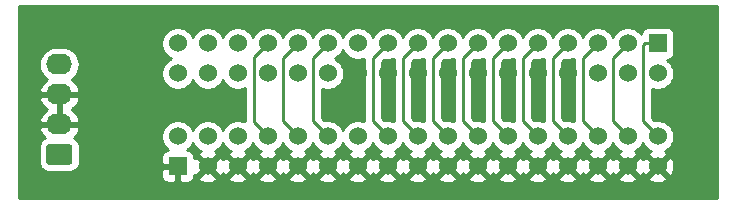
<source format=gbr>
G04 #@! TF.GenerationSoftware,KiCad,Pcbnew,(5.1.5-0-10_14)*
G04 #@! TF.CreationDate,2020-02-19T17:33:04+11:00*
G04 #@! TF.ProjectId,HX Internal FDD Adapter,48582049-6e74-4657-926e-616c20464444,rev?*
G04 #@! TF.SameCoordinates,Original*
G04 #@! TF.FileFunction,Copper,L1,Top*
G04 #@! TF.FilePolarity,Positive*
%FSLAX46Y46*%
G04 Gerber Fmt 4.6, Leading zero omitted, Abs format (unit mm)*
G04 Created by KiCad (PCBNEW (5.1.5-0-10_14)) date 2020-02-19 17:33:04*
%MOMM*%
%LPD*%
G04 APERTURE LIST*
%ADD10C,1.524000*%
%ADD11R,1.524000X1.524000*%
%ADD12O,2.200000X1.740000*%
%ADD13C,0.100000*%
%ADD14C,0.250000*%
%ADD15C,0.254000*%
G04 APERTURE END LIST*
D10*
X52197000Y-38608000D03*
X52197000Y-36068000D03*
X54737000Y-38608000D03*
X54737000Y-36068000D03*
X57277000Y-38608000D03*
X57277000Y-36068000D03*
X59817000Y-38608000D03*
X59817000Y-36068000D03*
X64897000Y-38608000D03*
X64897000Y-36068000D03*
X67437000Y-38608000D03*
X67437000Y-36068000D03*
D11*
X92837000Y-36068000D03*
D10*
X90297000Y-36068000D03*
X87757000Y-36068000D03*
X85217000Y-36068000D03*
X82677000Y-36068000D03*
X80137000Y-36068000D03*
X77597000Y-36068000D03*
X75057000Y-36068000D03*
X72517000Y-36068000D03*
X69977000Y-36068000D03*
X69977000Y-38608000D03*
X72517000Y-38608000D03*
X75057000Y-38608000D03*
X77597000Y-38608000D03*
X80137000Y-38608000D03*
X82677000Y-38608000D03*
X85217000Y-38608000D03*
X87757000Y-38608000D03*
X90297000Y-38608000D03*
X92837000Y-38608000D03*
X62357000Y-36068000D03*
X62357000Y-38608000D03*
X62357000Y-43942000D03*
X62357000Y-46482000D03*
X92837000Y-43942000D03*
X90297000Y-43942000D03*
X87757000Y-43942000D03*
X85217000Y-43942000D03*
X82677000Y-43942000D03*
X80137000Y-43942000D03*
X77597000Y-43942000D03*
X75057000Y-43942000D03*
X72517000Y-43942000D03*
X69977000Y-43942000D03*
X69977000Y-46482000D03*
X72517000Y-46482000D03*
X75057000Y-46482000D03*
X77597000Y-46482000D03*
X80137000Y-46482000D03*
X82677000Y-46482000D03*
X85217000Y-46482000D03*
X87757000Y-46482000D03*
X90297000Y-46482000D03*
X92837000Y-46482000D03*
X67437000Y-46482000D03*
X67437000Y-43942000D03*
X64897000Y-46482000D03*
X64897000Y-43942000D03*
X59817000Y-46482000D03*
X59817000Y-43942000D03*
X57277000Y-46482000D03*
X57277000Y-43942000D03*
X54737000Y-46482000D03*
X54737000Y-43942000D03*
D11*
X52197000Y-46482000D03*
D10*
X52197000Y-43942000D03*
D12*
X42164000Y-37846000D03*
X42164000Y-40386000D03*
X42164000Y-42926000D03*
G04 #@! TA.AperFunction,ComponentPad*
D13*
G36*
X43038505Y-44597204D02*
G01*
X43062773Y-44600804D01*
X43086572Y-44606765D01*
X43109671Y-44615030D01*
X43131850Y-44625520D01*
X43152893Y-44638132D01*
X43172599Y-44652747D01*
X43190777Y-44669223D01*
X43207253Y-44687401D01*
X43221868Y-44707107D01*
X43234480Y-44728150D01*
X43244970Y-44750329D01*
X43253235Y-44773428D01*
X43259196Y-44797227D01*
X43262796Y-44821495D01*
X43264000Y-44845999D01*
X43264000Y-46086001D01*
X43262796Y-46110505D01*
X43259196Y-46134773D01*
X43253235Y-46158572D01*
X43244970Y-46181671D01*
X43234480Y-46203850D01*
X43221868Y-46224893D01*
X43207253Y-46244599D01*
X43190777Y-46262777D01*
X43172599Y-46279253D01*
X43152893Y-46293868D01*
X43131850Y-46306480D01*
X43109671Y-46316970D01*
X43086572Y-46325235D01*
X43062773Y-46331196D01*
X43038505Y-46334796D01*
X43014001Y-46336000D01*
X41313999Y-46336000D01*
X41289495Y-46334796D01*
X41265227Y-46331196D01*
X41241428Y-46325235D01*
X41218329Y-46316970D01*
X41196150Y-46306480D01*
X41175107Y-46293868D01*
X41155401Y-46279253D01*
X41137223Y-46262777D01*
X41120747Y-46244599D01*
X41106132Y-46224893D01*
X41093520Y-46203850D01*
X41083030Y-46181671D01*
X41074765Y-46158572D01*
X41068804Y-46134773D01*
X41065204Y-46110505D01*
X41064000Y-46086001D01*
X41064000Y-44845999D01*
X41065204Y-44821495D01*
X41068804Y-44797227D01*
X41074765Y-44773428D01*
X41083030Y-44750329D01*
X41093520Y-44728150D01*
X41106132Y-44707107D01*
X41120747Y-44687401D01*
X41137223Y-44669223D01*
X41155401Y-44652747D01*
X41175107Y-44638132D01*
X41196150Y-44625520D01*
X41218329Y-44615030D01*
X41241428Y-44606765D01*
X41265227Y-44600804D01*
X41289495Y-44597204D01*
X41313999Y-44596000D01*
X43014001Y-44596000D01*
X43038505Y-44597204D01*
G37*
G04 #@! TD.AperFunction*
D14*
X92075001Y-43180001D02*
X92837000Y-43942000D01*
X91567000Y-42672000D02*
X92075001Y-43180001D01*
X91567000Y-36224400D02*
X91567000Y-42672000D01*
X91723400Y-36068000D02*
X91567000Y-36224400D01*
X92837000Y-36068000D02*
X91723400Y-36068000D01*
X89535001Y-43180001D02*
X90297000Y-43942000D01*
X89027000Y-42672000D02*
X89535001Y-43180001D01*
X89027000Y-37338000D02*
X89027000Y-42672000D01*
X90297000Y-36068000D02*
X89027000Y-37338000D01*
X86995001Y-43180001D02*
X87757000Y-43942000D01*
X86487000Y-42672000D02*
X86995001Y-43180001D01*
X86487000Y-37338000D02*
X86487000Y-42672000D01*
X87757000Y-36068000D02*
X86487000Y-37338000D01*
X84455001Y-43180001D02*
X85217000Y-43942000D01*
X83947000Y-42672000D02*
X84455001Y-43180001D01*
X83947000Y-37338000D02*
X83947000Y-42672000D01*
X85217000Y-36068000D02*
X83947000Y-37338000D01*
X81915001Y-43180001D02*
X82677000Y-43942000D01*
X81407000Y-37338000D02*
X81407000Y-42672000D01*
X81407000Y-42672000D02*
X81915001Y-43180001D01*
X82677000Y-36068000D02*
X81407000Y-37338000D01*
X79375001Y-43180001D02*
X80137000Y-43942000D01*
X78867000Y-42672000D02*
X79375001Y-43180001D01*
X78867000Y-37338000D02*
X78867000Y-42672000D01*
X80137000Y-36068000D02*
X78867000Y-37338000D01*
X76327000Y-42672000D02*
X76835001Y-43180001D01*
X76327000Y-37338000D02*
X76327000Y-42672000D01*
X76835001Y-43180001D02*
X77597000Y-43942000D01*
X77597000Y-36068000D02*
X76327000Y-37338000D01*
X74295001Y-43180001D02*
X75057000Y-43942000D01*
X73787000Y-37338000D02*
X73787000Y-42672000D01*
X73787000Y-42672000D02*
X74295001Y-43180001D01*
X75057000Y-36068000D02*
X73787000Y-37338000D01*
X71247000Y-42672000D02*
X71755001Y-43180001D01*
X71247000Y-37338000D02*
X71247000Y-42672000D01*
X71755001Y-43180001D02*
X72517000Y-43942000D01*
X72517000Y-36068000D02*
X71247000Y-37338000D01*
X69215001Y-43180001D02*
X69977000Y-43942000D01*
X68707000Y-42672000D02*
X69215001Y-43180001D01*
X68707000Y-37338000D02*
X68707000Y-42672000D01*
X69977000Y-36068000D02*
X68707000Y-37338000D01*
X64135001Y-43180001D02*
X64897000Y-43942000D01*
X63627000Y-42672000D02*
X64135001Y-43180001D01*
X63627000Y-37338000D02*
X63627000Y-42672000D01*
X64897000Y-36068000D02*
X63627000Y-37338000D01*
X61087000Y-37338000D02*
X61087000Y-42672000D01*
X61595001Y-43180001D02*
X62357000Y-43942000D01*
X61087000Y-42672000D02*
X61595001Y-43180001D01*
X62357000Y-36068000D02*
X61087000Y-37338000D01*
X59055001Y-43180001D02*
X59817000Y-43942000D01*
X58628399Y-42753399D02*
X59055001Y-43180001D01*
X58628399Y-37256601D02*
X58628399Y-42753399D01*
X59817000Y-36068000D02*
X58628399Y-37256601D01*
D15*
G36*
X97892001Y-49124000D02*
G01*
X38760000Y-49124000D01*
X38760000Y-47244000D01*
X50796928Y-47244000D01*
X50809188Y-47368482D01*
X50845498Y-47488180D01*
X50904463Y-47598494D01*
X50983815Y-47695185D01*
X51080506Y-47774537D01*
X51190820Y-47833502D01*
X51310518Y-47869812D01*
X51435000Y-47882072D01*
X51911250Y-47879000D01*
X52070000Y-47720250D01*
X52070000Y-46609000D01*
X50958750Y-46609000D01*
X50800000Y-46767750D01*
X50796928Y-47244000D01*
X38760000Y-47244000D01*
X38760000Y-44845999D01*
X40425928Y-44845999D01*
X40425928Y-46086001D01*
X40442992Y-46259255D01*
X40493528Y-46425851D01*
X40575595Y-46579387D01*
X40686038Y-46713962D01*
X40820613Y-46824405D01*
X40974149Y-46906472D01*
X41140745Y-46957008D01*
X41313999Y-46974072D01*
X43014001Y-46974072D01*
X43187255Y-46957008D01*
X43353851Y-46906472D01*
X43507387Y-46824405D01*
X43641962Y-46713962D01*
X43752405Y-46579387D01*
X43834472Y-46425851D01*
X43885008Y-46259255D01*
X43902072Y-46086001D01*
X43902072Y-45720000D01*
X50796928Y-45720000D01*
X50800000Y-46196250D01*
X50958750Y-46355000D01*
X52070000Y-46355000D01*
X52070000Y-46335000D01*
X52324000Y-46335000D01*
X52324000Y-46355000D01*
X52344000Y-46355000D01*
X52344000Y-46609000D01*
X52324000Y-46609000D01*
X52324000Y-47720250D01*
X52482750Y-47879000D01*
X52959000Y-47882072D01*
X53083482Y-47869812D01*
X53203180Y-47833502D01*
X53313494Y-47774537D01*
X53410185Y-47695185D01*
X53489537Y-47598494D01*
X53548502Y-47488180D01*
X53560822Y-47447565D01*
X53951040Y-47447565D01*
X54018020Y-47687656D01*
X54267048Y-47804756D01*
X54534135Y-47871023D01*
X54809017Y-47883910D01*
X55081133Y-47842922D01*
X55340023Y-47749636D01*
X55455980Y-47687656D01*
X55522960Y-47447565D01*
X56491040Y-47447565D01*
X56558020Y-47687656D01*
X56807048Y-47804756D01*
X57074135Y-47871023D01*
X57349017Y-47883910D01*
X57621133Y-47842922D01*
X57880023Y-47749636D01*
X57995980Y-47687656D01*
X58062960Y-47447565D01*
X59031040Y-47447565D01*
X59098020Y-47687656D01*
X59347048Y-47804756D01*
X59614135Y-47871023D01*
X59889017Y-47883910D01*
X60161133Y-47842922D01*
X60420023Y-47749636D01*
X60535980Y-47687656D01*
X60602960Y-47447565D01*
X61571040Y-47447565D01*
X61638020Y-47687656D01*
X61887048Y-47804756D01*
X62154135Y-47871023D01*
X62429017Y-47883910D01*
X62701133Y-47842922D01*
X62960023Y-47749636D01*
X63075980Y-47687656D01*
X63142960Y-47447565D01*
X64111040Y-47447565D01*
X64178020Y-47687656D01*
X64427048Y-47804756D01*
X64694135Y-47871023D01*
X64969017Y-47883910D01*
X65241133Y-47842922D01*
X65500023Y-47749636D01*
X65615980Y-47687656D01*
X65682960Y-47447565D01*
X66651040Y-47447565D01*
X66718020Y-47687656D01*
X66967048Y-47804756D01*
X67234135Y-47871023D01*
X67509017Y-47883910D01*
X67781133Y-47842922D01*
X68040023Y-47749636D01*
X68155980Y-47687656D01*
X68222960Y-47447565D01*
X69191040Y-47447565D01*
X69258020Y-47687656D01*
X69507048Y-47804756D01*
X69774135Y-47871023D01*
X70049017Y-47883910D01*
X70321133Y-47842922D01*
X70580023Y-47749636D01*
X70695980Y-47687656D01*
X70762960Y-47447565D01*
X71731040Y-47447565D01*
X71798020Y-47687656D01*
X72047048Y-47804756D01*
X72314135Y-47871023D01*
X72589017Y-47883910D01*
X72861133Y-47842922D01*
X73120023Y-47749636D01*
X73235980Y-47687656D01*
X73302960Y-47447565D01*
X74271040Y-47447565D01*
X74338020Y-47687656D01*
X74587048Y-47804756D01*
X74854135Y-47871023D01*
X75129017Y-47883910D01*
X75401133Y-47842922D01*
X75660023Y-47749636D01*
X75775980Y-47687656D01*
X75842960Y-47447565D01*
X76811040Y-47447565D01*
X76878020Y-47687656D01*
X77127048Y-47804756D01*
X77394135Y-47871023D01*
X77669017Y-47883910D01*
X77941133Y-47842922D01*
X78200023Y-47749636D01*
X78315980Y-47687656D01*
X78382960Y-47447565D01*
X79351040Y-47447565D01*
X79418020Y-47687656D01*
X79667048Y-47804756D01*
X79934135Y-47871023D01*
X80209017Y-47883910D01*
X80481133Y-47842922D01*
X80740023Y-47749636D01*
X80855980Y-47687656D01*
X80922960Y-47447565D01*
X81891040Y-47447565D01*
X81958020Y-47687656D01*
X82207048Y-47804756D01*
X82474135Y-47871023D01*
X82749017Y-47883910D01*
X83021133Y-47842922D01*
X83280023Y-47749636D01*
X83395980Y-47687656D01*
X83462960Y-47447565D01*
X84431040Y-47447565D01*
X84498020Y-47687656D01*
X84747048Y-47804756D01*
X85014135Y-47871023D01*
X85289017Y-47883910D01*
X85561133Y-47842922D01*
X85820023Y-47749636D01*
X85935980Y-47687656D01*
X86002960Y-47447565D01*
X86971040Y-47447565D01*
X87038020Y-47687656D01*
X87287048Y-47804756D01*
X87554135Y-47871023D01*
X87829017Y-47883910D01*
X88101133Y-47842922D01*
X88360023Y-47749636D01*
X88475980Y-47687656D01*
X88542960Y-47447565D01*
X89511040Y-47447565D01*
X89578020Y-47687656D01*
X89827048Y-47804756D01*
X90094135Y-47871023D01*
X90369017Y-47883910D01*
X90641133Y-47842922D01*
X90900023Y-47749636D01*
X91015980Y-47687656D01*
X91082960Y-47447565D01*
X92051040Y-47447565D01*
X92118020Y-47687656D01*
X92367048Y-47804756D01*
X92634135Y-47871023D01*
X92909017Y-47883910D01*
X93181133Y-47842922D01*
X93440023Y-47749636D01*
X93555980Y-47687656D01*
X93622960Y-47447565D01*
X92837000Y-46661605D01*
X92051040Y-47447565D01*
X91082960Y-47447565D01*
X90297000Y-46661605D01*
X89511040Y-47447565D01*
X88542960Y-47447565D01*
X87757000Y-46661605D01*
X86971040Y-47447565D01*
X86002960Y-47447565D01*
X85217000Y-46661605D01*
X84431040Y-47447565D01*
X83462960Y-47447565D01*
X82677000Y-46661605D01*
X81891040Y-47447565D01*
X80922960Y-47447565D01*
X80137000Y-46661605D01*
X79351040Y-47447565D01*
X78382960Y-47447565D01*
X77597000Y-46661605D01*
X76811040Y-47447565D01*
X75842960Y-47447565D01*
X75057000Y-46661605D01*
X74271040Y-47447565D01*
X73302960Y-47447565D01*
X72517000Y-46661605D01*
X71731040Y-47447565D01*
X70762960Y-47447565D01*
X69977000Y-46661605D01*
X69191040Y-47447565D01*
X68222960Y-47447565D01*
X67437000Y-46661605D01*
X66651040Y-47447565D01*
X65682960Y-47447565D01*
X64897000Y-46661605D01*
X64111040Y-47447565D01*
X63142960Y-47447565D01*
X62357000Y-46661605D01*
X61571040Y-47447565D01*
X60602960Y-47447565D01*
X59817000Y-46661605D01*
X59031040Y-47447565D01*
X58062960Y-47447565D01*
X57277000Y-46661605D01*
X56491040Y-47447565D01*
X55522960Y-47447565D01*
X54737000Y-46661605D01*
X53951040Y-47447565D01*
X53560822Y-47447565D01*
X53584812Y-47368482D01*
X53597072Y-47244000D01*
X53596912Y-47219272D01*
X53771435Y-47267960D01*
X54557395Y-46482000D01*
X54916605Y-46482000D01*
X55702565Y-47267960D01*
X55942656Y-47200980D01*
X56004079Y-47070356D01*
X56009364Y-47085023D01*
X56071344Y-47200980D01*
X56311435Y-47267960D01*
X57097395Y-46482000D01*
X57456605Y-46482000D01*
X58242565Y-47267960D01*
X58482656Y-47200980D01*
X58544079Y-47070356D01*
X58549364Y-47085023D01*
X58611344Y-47200980D01*
X58851435Y-47267960D01*
X59637395Y-46482000D01*
X59996605Y-46482000D01*
X60782565Y-47267960D01*
X61022656Y-47200980D01*
X61084079Y-47070356D01*
X61089364Y-47085023D01*
X61151344Y-47200980D01*
X61391435Y-47267960D01*
X62177395Y-46482000D01*
X62536605Y-46482000D01*
X63322565Y-47267960D01*
X63562656Y-47200980D01*
X63624079Y-47070356D01*
X63629364Y-47085023D01*
X63691344Y-47200980D01*
X63931435Y-47267960D01*
X64717395Y-46482000D01*
X65076605Y-46482000D01*
X65862565Y-47267960D01*
X66102656Y-47200980D01*
X66164079Y-47070356D01*
X66169364Y-47085023D01*
X66231344Y-47200980D01*
X66471435Y-47267960D01*
X67257395Y-46482000D01*
X67616605Y-46482000D01*
X68402565Y-47267960D01*
X68642656Y-47200980D01*
X68704079Y-47070356D01*
X68709364Y-47085023D01*
X68771344Y-47200980D01*
X69011435Y-47267960D01*
X69797395Y-46482000D01*
X70156605Y-46482000D01*
X70942565Y-47267960D01*
X71182656Y-47200980D01*
X71244079Y-47070356D01*
X71249364Y-47085023D01*
X71311344Y-47200980D01*
X71551435Y-47267960D01*
X72337395Y-46482000D01*
X72696605Y-46482000D01*
X73482565Y-47267960D01*
X73722656Y-47200980D01*
X73784079Y-47070356D01*
X73789364Y-47085023D01*
X73851344Y-47200980D01*
X74091435Y-47267960D01*
X74877395Y-46482000D01*
X75236605Y-46482000D01*
X76022565Y-47267960D01*
X76262656Y-47200980D01*
X76324079Y-47070356D01*
X76329364Y-47085023D01*
X76391344Y-47200980D01*
X76631435Y-47267960D01*
X77417395Y-46482000D01*
X77776605Y-46482000D01*
X78562565Y-47267960D01*
X78802656Y-47200980D01*
X78864079Y-47070356D01*
X78869364Y-47085023D01*
X78931344Y-47200980D01*
X79171435Y-47267960D01*
X79957395Y-46482000D01*
X80316605Y-46482000D01*
X81102565Y-47267960D01*
X81342656Y-47200980D01*
X81404079Y-47070356D01*
X81409364Y-47085023D01*
X81471344Y-47200980D01*
X81711435Y-47267960D01*
X82497395Y-46482000D01*
X82856605Y-46482000D01*
X83642565Y-47267960D01*
X83882656Y-47200980D01*
X83944079Y-47070356D01*
X83949364Y-47085023D01*
X84011344Y-47200980D01*
X84251435Y-47267960D01*
X85037395Y-46482000D01*
X85396605Y-46482000D01*
X86182565Y-47267960D01*
X86422656Y-47200980D01*
X86484079Y-47070356D01*
X86489364Y-47085023D01*
X86551344Y-47200980D01*
X86791435Y-47267960D01*
X87577395Y-46482000D01*
X87936605Y-46482000D01*
X88722565Y-47267960D01*
X88962656Y-47200980D01*
X89024079Y-47070356D01*
X89029364Y-47085023D01*
X89091344Y-47200980D01*
X89331435Y-47267960D01*
X90117395Y-46482000D01*
X90476605Y-46482000D01*
X91262565Y-47267960D01*
X91502656Y-47200980D01*
X91564079Y-47070356D01*
X91569364Y-47085023D01*
X91631344Y-47200980D01*
X91871435Y-47267960D01*
X92657395Y-46482000D01*
X93016605Y-46482000D01*
X93802565Y-47267960D01*
X94042656Y-47200980D01*
X94159756Y-46951952D01*
X94226023Y-46684865D01*
X94238910Y-46409983D01*
X94197922Y-46137867D01*
X94104636Y-45878977D01*
X94042656Y-45763020D01*
X93802565Y-45696040D01*
X93016605Y-46482000D01*
X92657395Y-46482000D01*
X91871435Y-45696040D01*
X91631344Y-45763020D01*
X91569921Y-45893644D01*
X91564636Y-45878977D01*
X91502656Y-45763020D01*
X91262565Y-45696040D01*
X90476605Y-46482000D01*
X90117395Y-46482000D01*
X89331435Y-45696040D01*
X89091344Y-45763020D01*
X89029921Y-45893644D01*
X89024636Y-45878977D01*
X88962656Y-45763020D01*
X88722565Y-45696040D01*
X87936605Y-46482000D01*
X87577395Y-46482000D01*
X86791435Y-45696040D01*
X86551344Y-45763020D01*
X86489921Y-45893644D01*
X86484636Y-45878977D01*
X86422656Y-45763020D01*
X86182565Y-45696040D01*
X85396605Y-46482000D01*
X85037395Y-46482000D01*
X84251435Y-45696040D01*
X84011344Y-45763020D01*
X83949921Y-45893644D01*
X83944636Y-45878977D01*
X83882656Y-45763020D01*
X83642565Y-45696040D01*
X82856605Y-46482000D01*
X82497395Y-46482000D01*
X81711435Y-45696040D01*
X81471344Y-45763020D01*
X81409921Y-45893644D01*
X81404636Y-45878977D01*
X81342656Y-45763020D01*
X81102565Y-45696040D01*
X80316605Y-46482000D01*
X79957395Y-46482000D01*
X79171435Y-45696040D01*
X78931344Y-45763020D01*
X78869921Y-45893644D01*
X78864636Y-45878977D01*
X78802656Y-45763020D01*
X78562565Y-45696040D01*
X77776605Y-46482000D01*
X77417395Y-46482000D01*
X76631435Y-45696040D01*
X76391344Y-45763020D01*
X76329921Y-45893644D01*
X76324636Y-45878977D01*
X76262656Y-45763020D01*
X76022565Y-45696040D01*
X75236605Y-46482000D01*
X74877395Y-46482000D01*
X74091435Y-45696040D01*
X73851344Y-45763020D01*
X73789921Y-45893644D01*
X73784636Y-45878977D01*
X73722656Y-45763020D01*
X73482565Y-45696040D01*
X72696605Y-46482000D01*
X72337395Y-46482000D01*
X71551435Y-45696040D01*
X71311344Y-45763020D01*
X71249921Y-45893644D01*
X71244636Y-45878977D01*
X71182656Y-45763020D01*
X70942565Y-45696040D01*
X70156605Y-46482000D01*
X69797395Y-46482000D01*
X69011435Y-45696040D01*
X68771344Y-45763020D01*
X68709921Y-45893644D01*
X68704636Y-45878977D01*
X68642656Y-45763020D01*
X68402565Y-45696040D01*
X67616605Y-46482000D01*
X67257395Y-46482000D01*
X66471435Y-45696040D01*
X66231344Y-45763020D01*
X66169921Y-45893644D01*
X66164636Y-45878977D01*
X66102656Y-45763020D01*
X65862565Y-45696040D01*
X65076605Y-46482000D01*
X64717395Y-46482000D01*
X63931435Y-45696040D01*
X63691344Y-45763020D01*
X63629921Y-45893644D01*
X63624636Y-45878977D01*
X63562656Y-45763020D01*
X63322565Y-45696040D01*
X62536605Y-46482000D01*
X62177395Y-46482000D01*
X61391435Y-45696040D01*
X61151344Y-45763020D01*
X61089921Y-45893644D01*
X61084636Y-45878977D01*
X61022656Y-45763020D01*
X60782565Y-45696040D01*
X59996605Y-46482000D01*
X59637395Y-46482000D01*
X58851435Y-45696040D01*
X58611344Y-45763020D01*
X58549921Y-45893644D01*
X58544636Y-45878977D01*
X58482656Y-45763020D01*
X58242565Y-45696040D01*
X57456605Y-46482000D01*
X57097395Y-46482000D01*
X56311435Y-45696040D01*
X56071344Y-45763020D01*
X56009921Y-45893644D01*
X56004636Y-45878977D01*
X55942656Y-45763020D01*
X55702565Y-45696040D01*
X54916605Y-46482000D01*
X54557395Y-46482000D01*
X53771435Y-45696040D01*
X53596912Y-45744728D01*
X53597072Y-45720000D01*
X53584812Y-45595518D01*
X53548502Y-45475820D01*
X53489537Y-45365506D01*
X53410185Y-45268815D01*
X53313494Y-45189463D01*
X53203180Y-45130498D01*
X53083482Y-45094188D01*
X52999535Y-45085920D01*
X53087535Y-45027120D01*
X53282120Y-44832535D01*
X53435005Y-44603727D01*
X53467000Y-44526485D01*
X53498995Y-44603727D01*
X53651880Y-44832535D01*
X53846465Y-45027120D01*
X54075273Y-45180005D01*
X54146943Y-45209692D01*
X54133977Y-45214364D01*
X54018020Y-45276344D01*
X53951040Y-45516435D01*
X54737000Y-46302395D01*
X55522960Y-45516435D01*
X55455980Y-45276344D01*
X55320240Y-45212515D01*
X55398727Y-45180005D01*
X55627535Y-45027120D01*
X55822120Y-44832535D01*
X55975005Y-44603727D01*
X56007000Y-44526485D01*
X56038995Y-44603727D01*
X56191880Y-44832535D01*
X56386465Y-45027120D01*
X56615273Y-45180005D01*
X56686943Y-45209692D01*
X56673977Y-45214364D01*
X56558020Y-45276344D01*
X56491040Y-45516435D01*
X57277000Y-46302395D01*
X58062960Y-45516435D01*
X57995980Y-45276344D01*
X57860240Y-45212515D01*
X57938727Y-45180005D01*
X58167535Y-45027120D01*
X58362120Y-44832535D01*
X58515005Y-44603727D01*
X58547000Y-44526485D01*
X58578995Y-44603727D01*
X58731880Y-44832535D01*
X58926465Y-45027120D01*
X59155273Y-45180005D01*
X59226943Y-45209692D01*
X59213977Y-45214364D01*
X59098020Y-45276344D01*
X59031040Y-45516435D01*
X59817000Y-46302395D01*
X60602960Y-45516435D01*
X60535980Y-45276344D01*
X60400240Y-45212515D01*
X60478727Y-45180005D01*
X60707535Y-45027120D01*
X60902120Y-44832535D01*
X61055005Y-44603727D01*
X61087000Y-44526485D01*
X61118995Y-44603727D01*
X61271880Y-44832535D01*
X61466465Y-45027120D01*
X61695273Y-45180005D01*
X61766943Y-45209692D01*
X61753977Y-45214364D01*
X61638020Y-45276344D01*
X61571040Y-45516435D01*
X62357000Y-46302395D01*
X63142960Y-45516435D01*
X63075980Y-45276344D01*
X62940240Y-45212515D01*
X63018727Y-45180005D01*
X63247535Y-45027120D01*
X63442120Y-44832535D01*
X63595005Y-44603727D01*
X63627000Y-44526485D01*
X63658995Y-44603727D01*
X63811880Y-44832535D01*
X64006465Y-45027120D01*
X64235273Y-45180005D01*
X64306943Y-45209692D01*
X64293977Y-45214364D01*
X64178020Y-45276344D01*
X64111040Y-45516435D01*
X64897000Y-46302395D01*
X65682960Y-45516435D01*
X65615980Y-45276344D01*
X65480240Y-45212515D01*
X65558727Y-45180005D01*
X65787535Y-45027120D01*
X65982120Y-44832535D01*
X66135005Y-44603727D01*
X66167000Y-44526485D01*
X66198995Y-44603727D01*
X66351880Y-44832535D01*
X66546465Y-45027120D01*
X66775273Y-45180005D01*
X66846943Y-45209692D01*
X66833977Y-45214364D01*
X66718020Y-45276344D01*
X66651040Y-45516435D01*
X67437000Y-46302395D01*
X68222960Y-45516435D01*
X68155980Y-45276344D01*
X68020240Y-45212515D01*
X68098727Y-45180005D01*
X68327535Y-45027120D01*
X68522120Y-44832535D01*
X68675005Y-44603727D01*
X68707000Y-44526485D01*
X68738995Y-44603727D01*
X68891880Y-44832535D01*
X69086465Y-45027120D01*
X69315273Y-45180005D01*
X69386943Y-45209692D01*
X69373977Y-45214364D01*
X69258020Y-45276344D01*
X69191040Y-45516435D01*
X69977000Y-46302395D01*
X70762960Y-45516435D01*
X70695980Y-45276344D01*
X70560240Y-45212515D01*
X70638727Y-45180005D01*
X70867535Y-45027120D01*
X71062120Y-44832535D01*
X71215005Y-44603727D01*
X71247000Y-44526485D01*
X71278995Y-44603727D01*
X71431880Y-44832535D01*
X71626465Y-45027120D01*
X71855273Y-45180005D01*
X71926943Y-45209692D01*
X71913977Y-45214364D01*
X71798020Y-45276344D01*
X71731040Y-45516435D01*
X72517000Y-46302395D01*
X73302960Y-45516435D01*
X73235980Y-45276344D01*
X73100240Y-45212515D01*
X73178727Y-45180005D01*
X73407535Y-45027120D01*
X73602120Y-44832535D01*
X73755005Y-44603727D01*
X73787000Y-44526485D01*
X73818995Y-44603727D01*
X73971880Y-44832535D01*
X74166465Y-45027120D01*
X74395273Y-45180005D01*
X74466943Y-45209692D01*
X74453977Y-45214364D01*
X74338020Y-45276344D01*
X74271040Y-45516435D01*
X75057000Y-46302395D01*
X75842960Y-45516435D01*
X75775980Y-45276344D01*
X75640240Y-45212515D01*
X75718727Y-45180005D01*
X75947535Y-45027120D01*
X76142120Y-44832535D01*
X76295005Y-44603727D01*
X76327000Y-44526485D01*
X76358995Y-44603727D01*
X76511880Y-44832535D01*
X76706465Y-45027120D01*
X76935273Y-45180005D01*
X77006943Y-45209692D01*
X76993977Y-45214364D01*
X76878020Y-45276344D01*
X76811040Y-45516435D01*
X77597000Y-46302395D01*
X78382960Y-45516435D01*
X78315980Y-45276344D01*
X78180240Y-45212515D01*
X78258727Y-45180005D01*
X78487535Y-45027120D01*
X78682120Y-44832535D01*
X78835005Y-44603727D01*
X78867000Y-44526485D01*
X78898995Y-44603727D01*
X79051880Y-44832535D01*
X79246465Y-45027120D01*
X79475273Y-45180005D01*
X79546943Y-45209692D01*
X79533977Y-45214364D01*
X79418020Y-45276344D01*
X79351040Y-45516435D01*
X80137000Y-46302395D01*
X80922960Y-45516435D01*
X80855980Y-45276344D01*
X80720240Y-45212515D01*
X80798727Y-45180005D01*
X81027535Y-45027120D01*
X81222120Y-44832535D01*
X81375005Y-44603727D01*
X81407000Y-44526485D01*
X81438995Y-44603727D01*
X81591880Y-44832535D01*
X81786465Y-45027120D01*
X82015273Y-45180005D01*
X82086943Y-45209692D01*
X82073977Y-45214364D01*
X81958020Y-45276344D01*
X81891040Y-45516435D01*
X82677000Y-46302395D01*
X83462960Y-45516435D01*
X83395980Y-45276344D01*
X83260240Y-45212515D01*
X83338727Y-45180005D01*
X83567535Y-45027120D01*
X83762120Y-44832535D01*
X83915005Y-44603727D01*
X83947000Y-44526485D01*
X83978995Y-44603727D01*
X84131880Y-44832535D01*
X84326465Y-45027120D01*
X84555273Y-45180005D01*
X84626943Y-45209692D01*
X84613977Y-45214364D01*
X84498020Y-45276344D01*
X84431040Y-45516435D01*
X85217000Y-46302395D01*
X86002960Y-45516435D01*
X85935980Y-45276344D01*
X85800240Y-45212515D01*
X85878727Y-45180005D01*
X86107535Y-45027120D01*
X86302120Y-44832535D01*
X86455005Y-44603727D01*
X86487000Y-44526485D01*
X86518995Y-44603727D01*
X86671880Y-44832535D01*
X86866465Y-45027120D01*
X87095273Y-45180005D01*
X87166943Y-45209692D01*
X87153977Y-45214364D01*
X87038020Y-45276344D01*
X86971040Y-45516435D01*
X87757000Y-46302395D01*
X88542960Y-45516435D01*
X88475980Y-45276344D01*
X88340240Y-45212515D01*
X88418727Y-45180005D01*
X88647535Y-45027120D01*
X88842120Y-44832535D01*
X88995005Y-44603727D01*
X89027000Y-44526485D01*
X89058995Y-44603727D01*
X89211880Y-44832535D01*
X89406465Y-45027120D01*
X89635273Y-45180005D01*
X89706943Y-45209692D01*
X89693977Y-45214364D01*
X89578020Y-45276344D01*
X89511040Y-45516435D01*
X90297000Y-46302395D01*
X91082960Y-45516435D01*
X91015980Y-45276344D01*
X90880240Y-45212515D01*
X90958727Y-45180005D01*
X91187535Y-45027120D01*
X91382120Y-44832535D01*
X91535005Y-44603727D01*
X91567000Y-44526485D01*
X91598995Y-44603727D01*
X91751880Y-44832535D01*
X91946465Y-45027120D01*
X92175273Y-45180005D01*
X92246943Y-45209692D01*
X92233977Y-45214364D01*
X92118020Y-45276344D01*
X92051040Y-45516435D01*
X92837000Y-46302395D01*
X93622960Y-45516435D01*
X93555980Y-45276344D01*
X93420240Y-45212515D01*
X93498727Y-45180005D01*
X93727535Y-45027120D01*
X93922120Y-44832535D01*
X94075005Y-44603727D01*
X94180314Y-44349490D01*
X94234000Y-44079592D01*
X94234000Y-43804408D01*
X94180314Y-43534510D01*
X94075005Y-43280273D01*
X93922120Y-43051465D01*
X93727535Y-42856880D01*
X93498727Y-42703995D01*
X93244490Y-42598686D01*
X92974592Y-42545000D01*
X92699408Y-42545000D01*
X92545429Y-42575628D01*
X92327000Y-42357199D01*
X92327000Y-39908853D01*
X92429510Y-39951314D01*
X92699408Y-40005000D01*
X92974592Y-40005000D01*
X93244490Y-39951314D01*
X93498727Y-39846005D01*
X93727535Y-39693120D01*
X93922120Y-39498535D01*
X94075005Y-39269727D01*
X94180314Y-39015490D01*
X94234000Y-38745592D01*
X94234000Y-38470408D01*
X94180314Y-38200510D01*
X94075005Y-37946273D01*
X93922120Y-37717465D01*
X93727535Y-37522880D01*
X93639535Y-37464080D01*
X93723482Y-37455812D01*
X93843180Y-37419502D01*
X93953494Y-37360537D01*
X94050185Y-37281185D01*
X94129537Y-37184494D01*
X94188502Y-37074180D01*
X94224812Y-36954482D01*
X94237072Y-36830000D01*
X94237072Y-35306000D01*
X94224812Y-35181518D01*
X94188502Y-35061820D01*
X94129537Y-34951506D01*
X94050185Y-34854815D01*
X93953494Y-34775463D01*
X93843180Y-34716498D01*
X93723482Y-34680188D01*
X93599000Y-34667928D01*
X92075000Y-34667928D01*
X91950518Y-34680188D01*
X91830820Y-34716498D01*
X91720506Y-34775463D01*
X91623815Y-34854815D01*
X91544463Y-34951506D01*
X91485498Y-35061820D01*
X91449188Y-35181518D01*
X91440920Y-35265465D01*
X91382120Y-35177465D01*
X91187535Y-34982880D01*
X90958727Y-34829995D01*
X90704490Y-34724686D01*
X90434592Y-34671000D01*
X90159408Y-34671000D01*
X89889510Y-34724686D01*
X89635273Y-34829995D01*
X89406465Y-34982880D01*
X89211880Y-35177465D01*
X89058995Y-35406273D01*
X89027000Y-35483515D01*
X88995005Y-35406273D01*
X88842120Y-35177465D01*
X88647535Y-34982880D01*
X88418727Y-34829995D01*
X88164490Y-34724686D01*
X87894592Y-34671000D01*
X87619408Y-34671000D01*
X87349510Y-34724686D01*
X87095273Y-34829995D01*
X86866465Y-34982880D01*
X86671880Y-35177465D01*
X86518995Y-35406273D01*
X86487000Y-35483515D01*
X86455005Y-35406273D01*
X86302120Y-35177465D01*
X86107535Y-34982880D01*
X85878727Y-34829995D01*
X85624490Y-34724686D01*
X85354592Y-34671000D01*
X85079408Y-34671000D01*
X84809510Y-34724686D01*
X84555273Y-34829995D01*
X84326465Y-34982880D01*
X84131880Y-35177465D01*
X83978995Y-35406273D01*
X83947000Y-35483515D01*
X83915005Y-35406273D01*
X83762120Y-35177465D01*
X83567535Y-34982880D01*
X83338727Y-34829995D01*
X83084490Y-34724686D01*
X82814592Y-34671000D01*
X82539408Y-34671000D01*
X82269510Y-34724686D01*
X82015273Y-34829995D01*
X81786465Y-34982880D01*
X81591880Y-35177465D01*
X81438995Y-35406273D01*
X81407000Y-35483515D01*
X81375005Y-35406273D01*
X81222120Y-35177465D01*
X81027535Y-34982880D01*
X80798727Y-34829995D01*
X80544490Y-34724686D01*
X80274592Y-34671000D01*
X79999408Y-34671000D01*
X79729510Y-34724686D01*
X79475273Y-34829995D01*
X79246465Y-34982880D01*
X79051880Y-35177465D01*
X78898995Y-35406273D01*
X78867000Y-35483515D01*
X78835005Y-35406273D01*
X78682120Y-35177465D01*
X78487535Y-34982880D01*
X78258727Y-34829995D01*
X78004490Y-34724686D01*
X77734592Y-34671000D01*
X77459408Y-34671000D01*
X77189510Y-34724686D01*
X76935273Y-34829995D01*
X76706465Y-34982880D01*
X76511880Y-35177465D01*
X76358995Y-35406273D01*
X76327000Y-35483515D01*
X76295005Y-35406273D01*
X76142120Y-35177465D01*
X75947535Y-34982880D01*
X75718727Y-34829995D01*
X75464490Y-34724686D01*
X75194592Y-34671000D01*
X74919408Y-34671000D01*
X74649510Y-34724686D01*
X74395273Y-34829995D01*
X74166465Y-34982880D01*
X73971880Y-35177465D01*
X73818995Y-35406273D01*
X73787000Y-35483515D01*
X73755005Y-35406273D01*
X73602120Y-35177465D01*
X73407535Y-34982880D01*
X73178727Y-34829995D01*
X72924490Y-34724686D01*
X72654592Y-34671000D01*
X72379408Y-34671000D01*
X72109510Y-34724686D01*
X71855273Y-34829995D01*
X71626465Y-34982880D01*
X71431880Y-35177465D01*
X71278995Y-35406273D01*
X71247000Y-35483515D01*
X71215005Y-35406273D01*
X71062120Y-35177465D01*
X70867535Y-34982880D01*
X70638727Y-34829995D01*
X70384490Y-34724686D01*
X70114592Y-34671000D01*
X69839408Y-34671000D01*
X69569510Y-34724686D01*
X69315273Y-34829995D01*
X69086465Y-34982880D01*
X68891880Y-35177465D01*
X68738995Y-35406273D01*
X68707000Y-35483515D01*
X68675005Y-35406273D01*
X68522120Y-35177465D01*
X68327535Y-34982880D01*
X68098727Y-34829995D01*
X67844490Y-34724686D01*
X67574592Y-34671000D01*
X67299408Y-34671000D01*
X67029510Y-34724686D01*
X66775273Y-34829995D01*
X66546465Y-34982880D01*
X66351880Y-35177465D01*
X66198995Y-35406273D01*
X66167000Y-35483515D01*
X66135005Y-35406273D01*
X65982120Y-35177465D01*
X65787535Y-34982880D01*
X65558727Y-34829995D01*
X65304490Y-34724686D01*
X65034592Y-34671000D01*
X64759408Y-34671000D01*
X64489510Y-34724686D01*
X64235273Y-34829995D01*
X64006465Y-34982880D01*
X63811880Y-35177465D01*
X63658995Y-35406273D01*
X63627000Y-35483515D01*
X63595005Y-35406273D01*
X63442120Y-35177465D01*
X63247535Y-34982880D01*
X63018727Y-34829995D01*
X62764490Y-34724686D01*
X62494592Y-34671000D01*
X62219408Y-34671000D01*
X61949510Y-34724686D01*
X61695273Y-34829995D01*
X61466465Y-34982880D01*
X61271880Y-35177465D01*
X61118995Y-35406273D01*
X61087000Y-35483515D01*
X61055005Y-35406273D01*
X60902120Y-35177465D01*
X60707535Y-34982880D01*
X60478727Y-34829995D01*
X60224490Y-34724686D01*
X59954592Y-34671000D01*
X59679408Y-34671000D01*
X59409510Y-34724686D01*
X59155273Y-34829995D01*
X58926465Y-34982880D01*
X58731880Y-35177465D01*
X58578995Y-35406273D01*
X58547000Y-35483515D01*
X58515005Y-35406273D01*
X58362120Y-35177465D01*
X58167535Y-34982880D01*
X57938727Y-34829995D01*
X57684490Y-34724686D01*
X57414592Y-34671000D01*
X57139408Y-34671000D01*
X56869510Y-34724686D01*
X56615273Y-34829995D01*
X56386465Y-34982880D01*
X56191880Y-35177465D01*
X56038995Y-35406273D01*
X56007000Y-35483515D01*
X55975005Y-35406273D01*
X55822120Y-35177465D01*
X55627535Y-34982880D01*
X55398727Y-34829995D01*
X55144490Y-34724686D01*
X54874592Y-34671000D01*
X54599408Y-34671000D01*
X54329510Y-34724686D01*
X54075273Y-34829995D01*
X53846465Y-34982880D01*
X53651880Y-35177465D01*
X53498995Y-35406273D01*
X53467000Y-35483515D01*
X53435005Y-35406273D01*
X53282120Y-35177465D01*
X53087535Y-34982880D01*
X52858727Y-34829995D01*
X52604490Y-34724686D01*
X52334592Y-34671000D01*
X52059408Y-34671000D01*
X51789510Y-34724686D01*
X51535273Y-34829995D01*
X51306465Y-34982880D01*
X51111880Y-35177465D01*
X50958995Y-35406273D01*
X50853686Y-35660510D01*
X50800000Y-35930408D01*
X50800000Y-36205592D01*
X50853686Y-36475490D01*
X50958995Y-36729727D01*
X51111880Y-36958535D01*
X51306465Y-37153120D01*
X51535273Y-37306005D01*
X51612515Y-37338000D01*
X51535273Y-37369995D01*
X51306465Y-37522880D01*
X51111880Y-37717465D01*
X50958995Y-37946273D01*
X50853686Y-38200510D01*
X50800000Y-38470408D01*
X50800000Y-38745592D01*
X50853686Y-39015490D01*
X50958995Y-39269727D01*
X51111880Y-39498535D01*
X51306465Y-39693120D01*
X51535273Y-39846005D01*
X51789510Y-39951314D01*
X52059408Y-40005000D01*
X52334592Y-40005000D01*
X52604490Y-39951314D01*
X52858727Y-39846005D01*
X53087535Y-39693120D01*
X53282120Y-39498535D01*
X53435005Y-39269727D01*
X53467000Y-39192485D01*
X53498995Y-39269727D01*
X53651880Y-39498535D01*
X53846465Y-39693120D01*
X54075273Y-39846005D01*
X54329510Y-39951314D01*
X54599408Y-40005000D01*
X54874592Y-40005000D01*
X55144490Y-39951314D01*
X55398727Y-39846005D01*
X55627535Y-39693120D01*
X55822120Y-39498535D01*
X55975005Y-39269727D01*
X56007000Y-39192485D01*
X56038995Y-39269727D01*
X56191880Y-39498535D01*
X56386465Y-39693120D01*
X56615273Y-39846005D01*
X56869510Y-39951314D01*
X57139408Y-40005000D01*
X57414592Y-40005000D01*
X57684490Y-39951314D01*
X57868399Y-39875136D01*
X57868400Y-42674864D01*
X57684490Y-42598686D01*
X57414592Y-42545000D01*
X57139408Y-42545000D01*
X56869510Y-42598686D01*
X56615273Y-42703995D01*
X56386465Y-42856880D01*
X56191880Y-43051465D01*
X56038995Y-43280273D01*
X56007000Y-43357515D01*
X55975005Y-43280273D01*
X55822120Y-43051465D01*
X55627535Y-42856880D01*
X55398727Y-42703995D01*
X55144490Y-42598686D01*
X54874592Y-42545000D01*
X54599408Y-42545000D01*
X54329510Y-42598686D01*
X54075273Y-42703995D01*
X53846465Y-42856880D01*
X53651880Y-43051465D01*
X53498995Y-43280273D01*
X53467000Y-43357515D01*
X53435005Y-43280273D01*
X53282120Y-43051465D01*
X53087535Y-42856880D01*
X52858727Y-42703995D01*
X52604490Y-42598686D01*
X52334592Y-42545000D01*
X52059408Y-42545000D01*
X51789510Y-42598686D01*
X51535273Y-42703995D01*
X51306465Y-42856880D01*
X51111880Y-43051465D01*
X50958995Y-43280273D01*
X50853686Y-43534510D01*
X50800000Y-43804408D01*
X50800000Y-44079592D01*
X50853686Y-44349490D01*
X50958995Y-44603727D01*
X51111880Y-44832535D01*
X51306465Y-45027120D01*
X51394465Y-45085920D01*
X51310518Y-45094188D01*
X51190820Y-45130498D01*
X51080506Y-45189463D01*
X50983815Y-45268815D01*
X50904463Y-45365506D01*
X50845498Y-45475820D01*
X50809188Y-45595518D01*
X50796928Y-45720000D01*
X43902072Y-45720000D01*
X43902072Y-44845999D01*
X43885008Y-44672745D01*
X43834472Y-44506149D01*
X43752405Y-44352613D01*
X43641962Y-44218038D01*
X43507387Y-44107595D01*
X43398686Y-44049493D01*
X43554536Y-43896494D01*
X43721571Y-43651437D01*
X43837588Y-43378502D01*
X43855302Y-43286031D01*
X43734246Y-43053000D01*
X42291000Y-43053000D01*
X42291000Y-43073000D01*
X42037000Y-43073000D01*
X42037000Y-43053000D01*
X40593754Y-43053000D01*
X40472698Y-43286031D01*
X40490412Y-43378502D01*
X40606429Y-43651437D01*
X40773464Y-43896494D01*
X40929314Y-44049493D01*
X40820613Y-44107595D01*
X40686038Y-44218038D01*
X40575595Y-44352613D01*
X40493528Y-44506149D01*
X40442992Y-44672745D01*
X40425928Y-44845999D01*
X38760000Y-44845999D01*
X38760000Y-40746031D01*
X40472698Y-40746031D01*
X40490412Y-40838502D01*
X40606429Y-41111437D01*
X40773464Y-41356494D01*
X40985097Y-41564256D01*
X41125184Y-41656000D01*
X40985097Y-41747744D01*
X40773464Y-41955506D01*
X40606429Y-42200563D01*
X40490412Y-42473498D01*
X40472698Y-42565969D01*
X40593754Y-42799000D01*
X42037000Y-42799000D01*
X42037000Y-40513000D01*
X42291000Y-40513000D01*
X42291000Y-42799000D01*
X43734246Y-42799000D01*
X43855302Y-42565969D01*
X43837588Y-42473498D01*
X43721571Y-42200563D01*
X43554536Y-41955506D01*
X43342903Y-41747744D01*
X43202816Y-41656000D01*
X43342903Y-41564256D01*
X43554536Y-41356494D01*
X43721571Y-41111437D01*
X43837588Y-40838502D01*
X43855302Y-40746031D01*
X43734246Y-40513000D01*
X42291000Y-40513000D01*
X42037000Y-40513000D01*
X40593754Y-40513000D01*
X40472698Y-40746031D01*
X38760000Y-40746031D01*
X38760000Y-37846000D01*
X40421718Y-37846000D01*
X40450776Y-38141032D01*
X40536834Y-38424725D01*
X40676583Y-38686179D01*
X40864655Y-38915345D01*
X41093821Y-39103417D01*
X41121669Y-39118302D01*
X40985097Y-39207744D01*
X40773464Y-39415506D01*
X40606429Y-39660563D01*
X40490412Y-39933498D01*
X40472698Y-40025969D01*
X40593754Y-40259000D01*
X42037000Y-40259000D01*
X42037000Y-40239000D01*
X42291000Y-40239000D01*
X42291000Y-40259000D01*
X43734246Y-40259000D01*
X43855302Y-40025969D01*
X43837588Y-39933498D01*
X43721571Y-39660563D01*
X43554536Y-39415506D01*
X43342903Y-39207744D01*
X43206331Y-39118302D01*
X43234179Y-39103417D01*
X43463345Y-38915345D01*
X43651417Y-38686179D01*
X43791166Y-38424725D01*
X43877224Y-38141032D01*
X43906282Y-37846000D01*
X43877224Y-37550968D01*
X43791166Y-37267275D01*
X43651417Y-37005821D01*
X43463345Y-36776655D01*
X43234179Y-36588583D01*
X42972725Y-36448834D01*
X42689032Y-36362776D01*
X42467936Y-36341000D01*
X41860064Y-36341000D01*
X41638968Y-36362776D01*
X41355275Y-36448834D01*
X41093821Y-36588583D01*
X40864655Y-36776655D01*
X40676583Y-37005821D01*
X40536834Y-37267275D01*
X40450776Y-37550968D01*
X40421718Y-37846000D01*
X38760000Y-37846000D01*
X38760000Y-32918000D01*
X97892000Y-32918000D01*
X97892001Y-49124000D01*
G37*
X97892001Y-49124000D02*
X38760000Y-49124000D01*
X38760000Y-47244000D01*
X50796928Y-47244000D01*
X50809188Y-47368482D01*
X50845498Y-47488180D01*
X50904463Y-47598494D01*
X50983815Y-47695185D01*
X51080506Y-47774537D01*
X51190820Y-47833502D01*
X51310518Y-47869812D01*
X51435000Y-47882072D01*
X51911250Y-47879000D01*
X52070000Y-47720250D01*
X52070000Y-46609000D01*
X50958750Y-46609000D01*
X50800000Y-46767750D01*
X50796928Y-47244000D01*
X38760000Y-47244000D01*
X38760000Y-44845999D01*
X40425928Y-44845999D01*
X40425928Y-46086001D01*
X40442992Y-46259255D01*
X40493528Y-46425851D01*
X40575595Y-46579387D01*
X40686038Y-46713962D01*
X40820613Y-46824405D01*
X40974149Y-46906472D01*
X41140745Y-46957008D01*
X41313999Y-46974072D01*
X43014001Y-46974072D01*
X43187255Y-46957008D01*
X43353851Y-46906472D01*
X43507387Y-46824405D01*
X43641962Y-46713962D01*
X43752405Y-46579387D01*
X43834472Y-46425851D01*
X43885008Y-46259255D01*
X43902072Y-46086001D01*
X43902072Y-45720000D01*
X50796928Y-45720000D01*
X50800000Y-46196250D01*
X50958750Y-46355000D01*
X52070000Y-46355000D01*
X52070000Y-46335000D01*
X52324000Y-46335000D01*
X52324000Y-46355000D01*
X52344000Y-46355000D01*
X52344000Y-46609000D01*
X52324000Y-46609000D01*
X52324000Y-47720250D01*
X52482750Y-47879000D01*
X52959000Y-47882072D01*
X53083482Y-47869812D01*
X53203180Y-47833502D01*
X53313494Y-47774537D01*
X53410185Y-47695185D01*
X53489537Y-47598494D01*
X53548502Y-47488180D01*
X53560822Y-47447565D01*
X53951040Y-47447565D01*
X54018020Y-47687656D01*
X54267048Y-47804756D01*
X54534135Y-47871023D01*
X54809017Y-47883910D01*
X55081133Y-47842922D01*
X55340023Y-47749636D01*
X55455980Y-47687656D01*
X55522960Y-47447565D01*
X56491040Y-47447565D01*
X56558020Y-47687656D01*
X56807048Y-47804756D01*
X57074135Y-47871023D01*
X57349017Y-47883910D01*
X57621133Y-47842922D01*
X57880023Y-47749636D01*
X57995980Y-47687656D01*
X58062960Y-47447565D01*
X59031040Y-47447565D01*
X59098020Y-47687656D01*
X59347048Y-47804756D01*
X59614135Y-47871023D01*
X59889017Y-47883910D01*
X60161133Y-47842922D01*
X60420023Y-47749636D01*
X60535980Y-47687656D01*
X60602960Y-47447565D01*
X61571040Y-47447565D01*
X61638020Y-47687656D01*
X61887048Y-47804756D01*
X62154135Y-47871023D01*
X62429017Y-47883910D01*
X62701133Y-47842922D01*
X62960023Y-47749636D01*
X63075980Y-47687656D01*
X63142960Y-47447565D01*
X64111040Y-47447565D01*
X64178020Y-47687656D01*
X64427048Y-47804756D01*
X64694135Y-47871023D01*
X64969017Y-47883910D01*
X65241133Y-47842922D01*
X65500023Y-47749636D01*
X65615980Y-47687656D01*
X65682960Y-47447565D01*
X66651040Y-47447565D01*
X66718020Y-47687656D01*
X66967048Y-47804756D01*
X67234135Y-47871023D01*
X67509017Y-47883910D01*
X67781133Y-47842922D01*
X68040023Y-47749636D01*
X68155980Y-47687656D01*
X68222960Y-47447565D01*
X69191040Y-47447565D01*
X69258020Y-47687656D01*
X69507048Y-47804756D01*
X69774135Y-47871023D01*
X70049017Y-47883910D01*
X70321133Y-47842922D01*
X70580023Y-47749636D01*
X70695980Y-47687656D01*
X70762960Y-47447565D01*
X71731040Y-47447565D01*
X71798020Y-47687656D01*
X72047048Y-47804756D01*
X72314135Y-47871023D01*
X72589017Y-47883910D01*
X72861133Y-47842922D01*
X73120023Y-47749636D01*
X73235980Y-47687656D01*
X73302960Y-47447565D01*
X74271040Y-47447565D01*
X74338020Y-47687656D01*
X74587048Y-47804756D01*
X74854135Y-47871023D01*
X75129017Y-47883910D01*
X75401133Y-47842922D01*
X75660023Y-47749636D01*
X75775980Y-47687656D01*
X75842960Y-47447565D01*
X76811040Y-47447565D01*
X76878020Y-47687656D01*
X77127048Y-47804756D01*
X77394135Y-47871023D01*
X77669017Y-47883910D01*
X77941133Y-47842922D01*
X78200023Y-47749636D01*
X78315980Y-47687656D01*
X78382960Y-47447565D01*
X79351040Y-47447565D01*
X79418020Y-47687656D01*
X79667048Y-47804756D01*
X79934135Y-47871023D01*
X80209017Y-47883910D01*
X80481133Y-47842922D01*
X80740023Y-47749636D01*
X80855980Y-47687656D01*
X80922960Y-47447565D01*
X81891040Y-47447565D01*
X81958020Y-47687656D01*
X82207048Y-47804756D01*
X82474135Y-47871023D01*
X82749017Y-47883910D01*
X83021133Y-47842922D01*
X83280023Y-47749636D01*
X83395980Y-47687656D01*
X83462960Y-47447565D01*
X84431040Y-47447565D01*
X84498020Y-47687656D01*
X84747048Y-47804756D01*
X85014135Y-47871023D01*
X85289017Y-47883910D01*
X85561133Y-47842922D01*
X85820023Y-47749636D01*
X85935980Y-47687656D01*
X86002960Y-47447565D01*
X86971040Y-47447565D01*
X87038020Y-47687656D01*
X87287048Y-47804756D01*
X87554135Y-47871023D01*
X87829017Y-47883910D01*
X88101133Y-47842922D01*
X88360023Y-47749636D01*
X88475980Y-47687656D01*
X88542960Y-47447565D01*
X89511040Y-47447565D01*
X89578020Y-47687656D01*
X89827048Y-47804756D01*
X90094135Y-47871023D01*
X90369017Y-47883910D01*
X90641133Y-47842922D01*
X90900023Y-47749636D01*
X91015980Y-47687656D01*
X91082960Y-47447565D01*
X92051040Y-47447565D01*
X92118020Y-47687656D01*
X92367048Y-47804756D01*
X92634135Y-47871023D01*
X92909017Y-47883910D01*
X93181133Y-47842922D01*
X93440023Y-47749636D01*
X93555980Y-47687656D01*
X93622960Y-47447565D01*
X92837000Y-46661605D01*
X92051040Y-47447565D01*
X91082960Y-47447565D01*
X90297000Y-46661605D01*
X89511040Y-47447565D01*
X88542960Y-47447565D01*
X87757000Y-46661605D01*
X86971040Y-47447565D01*
X86002960Y-47447565D01*
X85217000Y-46661605D01*
X84431040Y-47447565D01*
X83462960Y-47447565D01*
X82677000Y-46661605D01*
X81891040Y-47447565D01*
X80922960Y-47447565D01*
X80137000Y-46661605D01*
X79351040Y-47447565D01*
X78382960Y-47447565D01*
X77597000Y-46661605D01*
X76811040Y-47447565D01*
X75842960Y-47447565D01*
X75057000Y-46661605D01*
X74271040Y-47447565D01*
X73302960Y-47447565D01*
X72517000Y-46661605D01*
X71731040Y-47447565D01*
X70762960Y-47447565D01*
X69977000Y-46661605D01*
X69191040Y-47447565D01*
X68222960Y-47447565D01*
X67437000Y-46661605D01*
X66651040Y-47447565D01*
X65682960Y-47447565D01*
X64897000Y-46661605D01*
X64111040Y-47447565D01*
X63142960Y-47447565D01*
X62357000Y-46661605D01*
X61571040Y-47447565D01*
X60602960Y-47447565D01*
X59817000Y-46661605D01*
X59031040Y-47447565D01*
X58062960Y-47447565D01*
X57277000Y-46661605D01*
X56491040Y-47447565D01*
X55522960Y-47447565D01*
X54737000Y-46661605D01*
X53951040Y-47447565D01*
X53560822Y-47447565D01*
X53584812Y-47368482D01*
X53597072Y-47244000D01*
X53596912Y-47219272D01*
X53771435Y-47267960D01*
X54557395Y-46482000D01*
X54916605Y-46482000D01*
X55702565Y-47267960D01*
X55942656Y-47200980D01*
X56004079Y-47070356D01*
X56009364Y-47085023D01*
X56071344Y-47200980D01*
X56311435Y-47267960D01*
X57097395Y-46482000D01*
X57456605Y-46482000D01*
X58242565Y-47267960D01*
X58482656Y-47200980D01*
X58544079Y-47070356D01*
X58549364Y-47085023D01*
X58611344Y-47200980D01*
X58851435Y-47267960D01*
X59637395Y-46482000D01*
X59996605Y-46482000D01*
X60782565Y-47267960D01*
X61022656Y-47200980D01*
X61084079Y-47070356D01*
X61089364Y-47085023D01*
X61151344Y-47200980D01*
X61391435Y-47267960D01*
X62177395Y-46482000D01*
X62536605Y-46482000D01*
X63322565Y-47267960D01*
X63562656Y-47200980D01*
X63624079Y-47070356D01*
X63629364Y-47085023D01*
X63691344Y-47200980D01*
X63931435Y-47267960D01*
X64717395Y-46482000D01*
X65076605Y-46482000D01*
X65862565Y-47267960D01*
X66102656Y-47200980D01*
X66164079Y-47070356D01*
X66169364Y-47085023D01*
X66231344Y-47200980D01*
X66471435Y-47267960D01*
X67257395Y-46482000D01*
X67616605Y-46482000D01*
X68402565Y-47267960D01*
X68642656Y-47200980D01*
X68704079Y-47070356D01*
X68709364Y-47085023D01*
X68771344Y-47200980D01*
X69011435Y-47267960D01*
X69797395Y-46482000D01*
X70156605Y-46482000D01*
X70942565Y-47267960D01*
X71182656Y-47200980D01*
X71244079Y-47070356D01*
X71249364Y-47085023D01*
X71311344Y-47200980D01*
X71551435Y-47267960D01*
X72337395Y-46482000D01*
X72696605Y-46482000D01*
X73482565Y-47267960D01*
X73722656Y-47200980D01*
X73784079Y-47070356D01*
X73789364Y-47085023D01*
X73851344Y-47200980D01*
X74091435Y-47267960D01*
X74877395Y-46482000D01*
X75236605Y-46482000D01*
X76022565Y-47267960D01*
X76262656Y-47200980D01*
X76324079Y-47070356D01*
X76329364Y-47085023D01*
X76391344Y-47200980D01*
X76631435Y-47267960D01*
X77417395Y-46482000D01*
X77776605Y-46482000D01*
X78562565Y-47267960D01*
X78802656Y-47200980D01*
X78864079Y-47070356D01*
X78869364Y-47085023D01*
X78931344Y-47200980D01*
X79171435Y-47267960D01*
X79957395Y-46482000D01*
X80316605Y-46482000D01*
X81102565Y-47267960D01*
X81342656Y-47200980D01*
X81404079Y-47070356D01*
X81409364Y-47085023D01*
X81471344Y-47200980D01*
X81711435Y-47267960D01*
X82497395Y-46482000D01*
X82856605Y-46482000D01*
X83642565Y-47267960D01*
X83882656Y-47200980D01*
X83944079Y-47070356D01*
X83949364Y-47085023D01*
X84011344Y-47200980D01*
X84251435Y-47267960D01*
X85037395Y-46482000D01*
X85396605Y-46482000D01*
X86182565Y-47267960D01*
X86422656Y-47200980D01*
X86484079Y-47070356D01*
X86489364Y-47085023D01*
X86551344Y-47200980D01*
X86791435Y-47267960D01*
X87577395Y-46482000D01*
X87936605Y-46482000D01*
X88722565Y-47267960D01*
X88962656Y-47200980D01*
X89024079Y-47070356D01*
X89029364Y-47085023D01*
X89091344Y-47200980D01*
X89331435Y-47267960D01*
X90117395Y-46482000D01*
X90476605Y-46482000D01*
X91262565Y-47267960D01*
X91502656Y-47200980D01*
X91564079Y-47070356D01*
X91569364Y-47085023D01*
X91631344Y-47200980D01*
X91871435Y-47267960D01*
X92657395Y-46482000D01*
X93016605Y-46482000D01*
X93802565Y-47267960D01*
X94042656Y-47200980D01*
X94159756Y-46951952D01*
X94226023Y-46684865D01*
X94238910Y-46409983D01*
X94197922Y-46137867D01*
X94104636Y-45878977D01*
X94042656Y-45763020D01*
X93802565Y-45696040D01*
X93016605Y-46482000D01*
X92657395Y-46482000D01*
X91871435Y-45696040D01*
X91631344Y-45763020D01*
X91569921Y-45893644D01*
X91564636Y-45878977D01*
X91502656Y-45763020D01*
X91262565Y-45696040D01*
X90476605Y-46482000D01*
X90117395Y-46482000D01*
X89331435Y-45696040D01*
X89091344Y-45763020D01*
X89029921Y-45893644D01*
X89024636Y-45878977D01*
X88962656Y-45763020D01*
X88722565Y-45696040D01*
X87936605Y-46482000D01*
X87577395Y-46482000D01*
X86791435Y-45696040D01*
X86551344Y-45763020D01*
X86489921Y-45893644D01*
X86484636Y-45878977D01*
X86422656Y-45763020D01*
X86182565Y-45696040D01*
X85396605Y-46482000D01*
X85037395Y-46482000D01*
X84251435Y-45696040D01*
X84011344Y-45763020D01*
X83949921Y-45893644D01*
X83944636Y-45878977D01*
X83882656Y-45763020D01*
X83642565Y-45696040D01*
X82856605Y-46482000D01*
X82497395Y-46482000D01*
X81711435Y-45696040D01*
X81471344Y-45763020D01*
X81409921Y-45893644D01*
X81404636Y-45878977D01*
X81342656Y-45763020D01*
X81102565Y-45696040D01*
X80316605Y-46482000D01*
X79957395Y-46482000D01*
X79171435Y-45696040D01*
X78931344Y-45763020D01*
X78869921Y-45893644D01*
X78864636Y-45878977D01*
X78802656Y-45763020D01*
X78562565Y-45696040D01*
X77776605Y-46482000D01*
X77417395Y-46482000D01*
X76631435Y-45696040D01*
X76391344Y-45763020D01*
X76329921Y-45893644D01*
X76324636Y-45878977D01*
X76262656Y-45763020D01*
X76022565Y-45696040D01*
X75236605Y-46482000D01*
X74877395Y-46482000D01*
X74091435Y-45696040D01*
X73851344Y-45763020D01*
X73789921Y-45893644D01*
X73784636Y-45878977D01*
X73722656Y-45763020D01*
X73482565Y-45696040D01*
X72696605Y-46482000D01*
X72337395Y-46482000D01*
X71551435Y-45696040D01*
X71311344Y-45763020D01*
X71249921Y-45893644D01*
X71244636Y-45878977D01*
X71182656Y-45763020D01*
X70942565Y-45696040D01*
X70156605Y-46482000D01*
X69797395Y-46482000D01*
X69011435Y-45696040D01*
X68771344Y-45763020D01*
X68709921Y-45893644D01*
X68704636Y-45878977D01*
X68642656Y-45763020D01*
X68402565Y-45696040D01*
X67616605Y-46482000D01*
X67257395Y-46482000D01*
X66471435Y-45696040D01*
X66231344Y-45763020D01*
X66169921Y-45893644D01*
X66164636Y-45878977D01*
X66102656Y-45763020D01*
X65862565Y-45696040D01*
X65076605Y-46482000D01*
X64717395Y-46482000D01*
X63931435Y-45696040D01*
X63691344Y-45763020D01*
X63629921Y-45893644D01*
X63624636Y-45878977D01*
X63562656Y-45763020D01*
X63322565Y-45696040D01*
X62536605Y-46482000D01*
X62177395Y-46482000D01*
X61391435Y-45696040D01*
X61151344Y-45763020D01*
X61089921Y-45893644D01*
X61084636Y-45878977D01*
X61022656Y-45763020D01*
X60782565Y-45696040D01*
X59996605Y-46482000D01*
X59637395Y-46482000D01*
X58851435Y-45696040D01*
X58611344Y-45763020D01*
X58549921Y-45893644D01*
X58544636Y-45878977D01*
X58482656Y-45763020D01*
X58242565Y-45696040D01*
X57456605Y-46482000D01*
X57097395Y-46482000D01*
X56311435Y-45696040D01*
X56071344Y-45763020D01*
X56009921Y-45893644D01*
X56004636Y-45878977D01*
X55942656Y-45763020D01*
X55702565Y-45696040D01*
X54916605Y-46482000D01*
X54557395Y-46482000D01*
X53771435Y-45696040D01*
X53596912Y-45744728D01*
X53597072Y-45720000D01*
X53584812Y-45595518D01*
X53548502Y-45475820D01*
X53489537Y-45365506D01*
X53410185Y-45268815D01*
X53313494Y-45189463D01*
X53203180Y-45130498D01*
X53083482Y-45094188D01*
X52999535Y-45085920D01*
X53087535Y-45027120D01*
X53282120Y-44832535D01*
X53435005Y-44603727D01*
X53467000Y-44526485D01*
X53498995Y-44603727D01*
X53651880Y-44832535D01*
X53846465Y-45027120D01*
X54075273Y-45180005D01*
X54146943Y-45209692D01*
X54133977Y-45214364D01*
X54018020Y-45276344D01*
X53951040Y-45516435D01*
X54737000Y-46302395D01*
X55522960Y-45516435D01*
X55455980Y-45276344D01*
X55320240Y-45212515D01*
X55398727Y-45180005D01*
X55627535Y-45027120D01*
X55822120Y-44832535D01*
X55975005Y-44603727D01*
X56007000Y-44526485D01*
X56038995Y-44603727D01*
X56191880Y-44832535D01*
X56386465Y-45027120D01*
X56615273Y-45180005D01*
X56686943Y-45209692D01*
X56673977Y-45214364D01*
X56558020Y-45276344D01*
X56491040Y-45516435D01*
X57277000Y-46302395D01*
X58062960Y-45516435D01*
X57995980Y-45276344D01*
X57860240Y-45212515D01*
X57938727Y-45180005D01*
X58167535Y-45027120D01*
X58362120Y-44832535D01*
X58515005Y-44603727D01*
X58547000Y-44526485D01*
X58578995Y-44603727D01*
X58731880Y-44832535D01*
X58926465Y-45027120D01*
X59155273Y-45180005D01*
X59226943Y-45209692D01*
X59213977Y-45214364D01*
X59098020Y-45276344D01*
X59031040Y-45516435D01*
X59817000Y-46302395D01*
X60602960Y-45516435D01*
X60535980Y-45276344D01*
X60400240Y-45212515D01*
X60478727Y-45180005D01*
X60707535Y-45027120D01*
X60902120Y-44832535D01*
X61055005Y-44603727D01*
X61087000Y-44526485D01*
X61118995Y-44603727D01*
X61271880Y-44832535D01*
X61466465Y-45027120D01*
X61695273Y-45180005D01*
X61766943Y-45209692D01*
X61753977Y-45214364D01*
X61638020Y-45276344D01*
X61571040Y-45516435D01*
X62357000Y-46302395D01*
X63142960Y-45516435D01*
X63075980Y-45276344D01*
X62940240Y-45212515D01*
X63018727Y-45180005D01*
X63247535Y-45027120D01*
X63442120Y-44832535D01*
X63595005Y-44603727D01*
X63627000Y-44526485D01*
X63658995Y-44603727D01*
X63811880Y-44832535D01*
X64006465Y-45027120D01*
X64235273Y-45180005D01*
X64306943Y-45209692D01*
X64293977Y-45214364D01*
X64178020Y-45276344D01*
X64111040Y-45516435D01*
X64897000Y-46302395D01*
X65682960Y-45516435D01*
X65615980Y-45276344D01*
X65480240Y-45212515D01*
X65558727Y-45180005D01*
X65787535Y-45027120D01*
X65982120Y-44832535D01*
X66135005Y-44603727D01*
X66167000Y-44526485D01*
X66198995Y-44603727D01*
X66351880Y-44832535D01*
X66546465Y-45027120D01*
X66775273Y-45180005D01*
X66846943Y-45209692D01*
X66833977Y-45214364D01*
X66718020Y-45276344D01*
X66651040Y-45516435D01*
X67437000Y-46302395D01*
X68222960Y-45516435D01*
X68155980Y-45276344D01*
X68020240Y-45212515D01*
X68098727Y-45180005D01*
X68327535Y-45027120D01*
X68522120Y-44832535D01*
X68675005Y-44603727D01*
X68707000Y-44526485D01*
X68738995Y-44603727D01*
X68891880Y-44832535D01*
X69086465Y-45027120D01*
X69315273Y-45180005D01*
X69386943Y-45209692D01*
X69373977Y-45214364D01*
X69258020Y-45276344D01*
X69191040Y-45516435D01*
X69977000Y-46302395D01*
X70762960Y-45516435D01*
X70695980Y-45276344D01*
X70560240Y-45212515D01*
X70638727Y-45180005D01*
X70867535Y-45027120D01*
X71062120Y-44832535D01*
X71215005Y-44603727D01*
X71247000Y-44526485D01*
X71278995Y-44603727D01*
X71431880Y-44832535D01*
X71626465Y-45027120D01*
X71855273Y-45180005D01*
X71926943Y-45209692D01*
X71913977Y-45214364D01*
X71798020Y-45276344D01*
X71731040Y-45516435D01*
X72517000Y-46302395D01*
X73302960Y-45516435D01*
X73235980Y-45276344D01*
X73100240Y-45212515D01*
X73178727Y-45180005D01*
X73407535Y-45027120D01*
X73602120Y-44832535D01*
X73755005Y-44603727D01*
X73787000Y-44526485D01*
X73818995Y-44603727D01*
X73971880Y-44832535D01*
X74166465Y-45027120D01*
X74395273Y-45180005D01*
X74466943Y-45209692D01*
X74453977Y-45214364D01*
X74338020Y-45276344D01*
X74271040Y-45516435D01*
X75057000Y-46302395D01*
X75842960Y-45516435D01*
X75775980Y-45276344D01*
X75640240Y-45212515D01*
X75718727Y-45180005D01*
X75947535Y-45027120D01*
X76142120Y-44832535D01*
X76295005Y-44603727D01*
X76327000Y-44526485D01*
X76358995Y-44603727D01*
X76511880Y-44832535D01*
X76706465Y-45027120D01*
X76935273Y-45180005D01*
X77006943Y-45209692D01*
X76993977Y-45214364D01*
X76878020Y-45276344D01*
X76811040Y-45516435D01*
X77597000Y-46302395D01*
X78382960Y-45516435D01*
X78315980Y-45276344D01*
X78180240Y-45212515D01*
X78258727Y-45180005D01*
X78487535Y-45027120D01*
X78682120Y-44832535D01*
X78835005Y-44603727D01*
X78867000Y-44526485D01*
X78898995Y-44603727D01*
X79051880Y-44832535D01*
X79246465Y-45027120D01*
X79475273Y-45180005D01*
X79546943Y-45209692D01*
X79533977Y-45214364D01*
X79418020Y-45276344D01*
X79351040Y-45516435D01*
X80137000Y-46302395D01*
X80922960Y-45516435D01*
X80855980Y-45276344D01*
X80720240Y-45212515D01*
X80798727Y-45180005D01*
X81027535Y-45027120D01*
X81222120Y-44832535D01*
X81375005Y-44603727D01*
X81407000Y-44526485D01*
X81438995Y-44603727D01*
X81591880Y-44832535D01*
X81786465Y-45027120D01*
X82015273Y-45180005D01*
X82086943Y-45209692D01*
X82073977Y-45214364D01*
X81958020Y-45276344D01*
X81891040Y-45516435D01*
X82677000Y-46302395D01*
X83462960Y-45516435D01*
X83395980Y-45276344D01*
X83260240Y-45212515D01*
X83338727Y-45180005D01*
X83567535Y-45027120D01*
X83762120Y-44832535D01*
X83915005Y-44603727D01*
X83947000Y-44526485D01*
X83978995Y-44603727D01*
X84131880Y-44832535D01*
X84326465Y-45027120D01*
X84555273Y-45180005D01*
X84626943Y-45209692D01*
X84613977Y-45214364D01*
X84498020Y-45276344D01*
X84431040Y-45516435D01*
X85217000Y-46302395D01*
X86002960Y-45516435D01*
X85935980Y-45276344D01*
X85800240Y-45212515D01*
X85878727Y-45180005D01*
X86107535Y-45027120D01*
X86302120Y-44832535D01*
X86455005Y-44603727D01*
X86487000Y-44526485D01*
X86518995Y-44603727D01*
X86671880Y-44832535D01*
X86866465Y-45027120D01*
X87095273Y-45180005D01*
X87166943Y-45209692D01*
X87153977Y-45214364D01*
X87038020Y-45276344D01*
X86971040Y-45516435D01*
X87757000Y-46302395D01*
X88542960Y-45516435D01*
X88475980Y-45276344D01*
X88340240Y-45212515D01*
X88418727Y-45180005D01*
X88647535Y-45027120D01*
X88842120Y-44832535D01*
X88995005Y-44603727D01*
X89027000Y-44526485D01*
X89058995Y-44603727D01*
X89211880Y-44832535D01*
X89406465Y-45027120D01*
X89635273Y-45180005D01*
X89706943Y-45209692D01*
X89693977Y-45214364D01*
X89578020Y-45276344D01*
X89511040Y-45516435D01*
X90297000Y-46302395D01*
X91082960Y-45516435D01*
X91015980Y-45276344D01*
X90880240Y-45212515D01*
X90958727Y-45180005D01*
X91187535Y-45027120D01*
X91382120Y-44832535D01*
X91535005Y-44603727D01*
X91567000Y-44526485D01*
X91598995Y-44603727D01*
X91751880Y-44832535D01*
X91946465Y-45027120D01*
X92175273Y-45180005D01*
X92246943Y-45209692D01*
X92233977Y-45214364D01*
X92118020Y-45276344D01*
X92051040Y-45516435D01*
X92837000Y-46302395D01*
X93622960Y-45516435D01*
X93555980Y-45276344D01*
X93420240Y-45212515D01*
X93498727Y-45180005D01*
X93727535Y-45027120D01*
X93922120Y-44832535D01*
X94075005Y-44603727D01*
X94180314Y-44349490D01*
X94234000Y-44079592D01*
X94234000Y-43804408D01*
X94180314Y-43534510D01*
X94075005Y-43280273D01*
X93922120Y-43051465D01*
X93727535Y-42856880D01*
X93498727Y-42703995D01*
X93244490Y-42598686D01*
X92974592Y-42545000D01*
X92699408Y-42545000D01*
X92545429Y-42575628D01*
X92327000Y-42357199D01*
X92327000Y-39908853D01*
X92429510Y-39951314D01*
X92699408Y-40005000D01*
X92974592Y-40005000D01*
X93244490Y-39951314D01*
X93498727Y-39846005D01*
X93727535Y-39693120D01*
X93922120Y-39498535D01*
X94075005Y-39269727D01*
X94180314Y-39015490D01*
X94234000Y-38745592D01*
X94234000Y-38470408D01*
X94180314Y-38200510D01*
X94075005Y-37946273D01*
X93922120Y-37717465D01*
X93727535Y-37522880D01*
X93639535Y-37464080D01*
X93723482Y-37455812D01*
X93843180Y-37419502D01*
X93953494Y-37360537D01*
X94050185Y-37281185D01*
X94129537Y-37184494D01*
X94188502Y-37074180D01*
X94224812Y-36954482D01*
X94237072Y-36830000D01*
X94237072Y-35306000D01*
X94224812Y-35181518D01*
X94188502Y-35061820D01*
X94129537Y-34951506D01*
X94050185Y-34854815D01*
X93953494Y-34775463D01*
X93843180Y-34716498D01*
X93723482Y-34680188D01*
X93599000Y-34667928D01*
X92075000Y-34667928D01*
X91950518Y-34680188D01*
X91830820Y-34716498D01*
X91720506Y-34775463D01*
X91623815Y-34854815D01*
X91544463Y-34951506D01*
X91485498Y-35061820D01*
X91449188Y-35181518D01*
X91440920Y-35265465D01*
X91382120Y-35177465D01*
X91187535Y-34982880D01*
X90958727Y-34829995D01*
X90704490Y-34724686D01*
X90434592Y-34671000D01*
X90159408Y-34671000D01*
X89889510Y-34724686D01*
X89635273Y-34829995D01*
X89406465Y-34982880D01*
X89211880Y-35177465D01*
X89058995Y-35406273D01*
X89027000Y-35483515D01*
X88995005Y-35406273D01*
X88842120Y-35177465D01*
X88647535Y-34982880D01*
X88418727Y-34829995D01*
X88164490Y-34724686D01*
X87894592Y-34671000D01*
X87619408Y-34671000D01*
X87349510Y-34724686D01*
X87095273Y-34829995D01*
X86866465Y-34982880D01*
X86671880Y-35177465D01*
X86518995Y-35406273D01*
X86487000Y-35483515D01*
X86455005Y-35406273D01*
X86302120Y-35177465D01*
X86107535Y-34982880D01*
X85878727Y-34829995D01*
X85624490Y-34724686D01*
X85354592Y-34671000D01*
X85079408Y-34671000D01*
X84809510Y-34724686D01*
X84555273Y-34829995D01*
X84326465Y-34982880D01*
X84131880Y-35177465D01*
X83978995Y-35406273D01*
X83947000Y-35483515D01*
X83915005Y-35406273D01*
X83762120Y-35177465D01*
X83567535Y-34982880D01*
X83338727Y-34829995D01*
X83084490Y-34724686D01*
X82814592Y-34671000D01*
X82539408Y-34671000D01*
X82269510Y-34724686D01*
X82015273Y-34829995D01*
X81786465Y-34982880D01*
X81591880Y-35177465D01*
X81438995Y-35406273D01*
X81407000Y-35483515D01*
X81375005Y-35406273D01*
X81222120Y-35177465D01*
X81027535Y-34982880D01*
X80798727Y-34829995D01*
X80544490Y-34724686D01*
X80274592Y-34671000D01*
X79999408Y-34671000D01*
X79729510Y-34724686D01*
X79475273Y-34829995D01*
X79246465Y-34982880D01*
X79051880Y-35177465D01*
X78898995Y-35406273D01*
X78867000Y-35483515D01*
X78835005Y-35406273D01*
X78682120Y-35177465D01*
X78487535Y-34982880D01*
X78258727Y-34829995D01*
X78004490Y-34724686D01*
X77734592Y-34671000D01*
X77459408Y-34671000D01*
X77189510Y-34724686D01*
X76935273Y-34829995D01*
X76706465Y-34982880D01*
X76511880Y-35177465D01*
X76358995Y-35406273D01*
X76327000Y-35483515D01*
X76295005Y-35406273D01*
X76142120Y-35177465D01*
X75947535Y-34982880D01*
X75718727Y-34829995D01*
X75464490Y-34724686D01*
X75194592Y-34671000D01*
X74919408Y-34671000D01*
X74649510Y-34724686D01*
X74395273Y-34829995D01*
X74166465Y-34982880D01*
X73971880Y-35177465D01*
X73818995Y-35406273D01*
X73787000Y-35483515D01*
X73755005Y-35406273D01*
X73602120Y-35177465D01*
X73407535Y-34982880D01*
X73178727Y-34829995D01*
X72924490Y-34724686D01*
X72654592Y-34671000D01*
X72379408Y-34671000D01*
X72109510Y-34724686D01*
X71855273Y-34829995D01*
X71626465Y-34982880D01*
X71431880Y-35177465D01*
X71278995Y-35406273D01*
X71247000Y-35483515D01*
X71215005Y-35406273D01*
X71062120Y-35177465D01*
X70867535Y-34982880D01*
X70638727Y-34829995D01*
X70384490Y-34724686D01*
X70114592Y-34671000D01*
X69839408Y-34671000D01*
X69569510Y-34724686D01*
X69315273Y-34829995D01*
X69086465Y-34982880D01*
X68891880Y-35177465D01*
X68738995Y-35406273D01*
X68707000Y-35483515D01*
X68675005Y-35406273D01*
X68522120Y-35177465D01*
X68327535Y-34982880D01*
X68098727Y-34829995D01*
X67844490Y-34724686D01*
X67574592Y-34671000D01*
X67299408Y-34671000D01*
X67029510Y-34724686D01*
X66775273Y-34829995D01*
X66546465Y-34982880D01*
X66351880Y-35177465D01*
X66198995Y-35406273D01*
X66167000Y-35483515D01*
X66135005Y-35406273D01*
X65982120Y-35177465D01*
X65787535Y-34982880D01*
X65558727Y-34829995D01*
X65304490Y-34724686D01*
X65034592Y-34671000D01*
X64759408Y-34671000D01*
X64489510Y-34724686D01*
X64235273Y-34829995D01*
X64006465Y-34982880D01*
X63811880Y-35177465D01*
X63658995Y-35406273D01*
X63627000Y-35483515D01*
X63595005Y-35406273D01*
X63442120Y-35177465D01*
X63247535Y-34982880D01*
X63018727Y-34829995D01*
X62764490Y-34724686D01*
X62494592Y-34671000D01*
X62219408Y-34671000D01*
X61949510Y-34724686D01*
X61695273Y-34829995D01*
X61466465Y-34982880D01*
X61271880Y-35177465D01*
X61118995Y-35406273D01*
X61087000Y-35483515D01*
X61055005Y-35406273D01*
X60902120Y-35177465D01*
X60707535Y-34982880D01*
X60478727Y-34829995D01*
X60224490Y-34724686D01*
X59954592Y-34671000D01*
X59679408Y-34671000D01*
X59409510Y-34724686D01*
X59155273Y-34829995D01*
X58926465Y-34982880D01*
X58731880Y-35177465D01*
X58578995Y-35406273D01*
X58547000Y-35483515D01*
X58515005Y-35406273D01*
X58362120Y-35177465D01*
X58167535Y-34982880D01*
X57938727Y-34829995D01*
X57684490Y-34724686D01*
X57414592Y-34671000D01*
X57139408Y-34671000D01*
X56869510Y-34724686D01*
X56615273Y-34829995D01*
X56386465Y-34982880D01*
X56191880Y-35177465D01*
X56038995Y-35406273D01*
X56007000Y-35483515D01*
X55975005Y-35406273D01*
X55822120Y-35177465D01*
X55627535Y-34982880D01*
X55398727Y-34829995D01*
X55144490Y-34724686D01*
X54874592Y-34671000D01*
X54599408Y-34671000D01*
X54329510Y-34724686D01*
X54075273Y-34829995D01*
X53846465Y-34982880D01*
X53651880Y-35177465D01*
X53498995Y-35406273D01*
X53467000Y-35483515D01*
X53435005Y-35406273D01*
X53282120Y-35177465D01*
X53087535Y-34982880D01*
X52858727Y-34829995D01*
X52604490Y-34724686D01*
X52334592Y-34671000D01*
X52059408Y-34671000D01*
X51789510Y-34724686D01*
X51535273Y-34829995D01*
X51306465Y-34982880D01*
X51111880Y-35177465D01*
X50958995Y-35406273D01*
X50853686Y-35660510D01*
X50800000Y-35930408D01*
X50800000Y-36205592D01*
X50853686Y-36475490D01*
X50958995Y-36729727D01*
X51111880Y-36958535D01*
X51306465Y-37153120D01*
X51535273Y-37306005D01*
X51612515Y-37338000D01*
X51535273Y-37369995D01*
X51306465Y-37522880D01*
X51111880Y-37717465D01*
X50958995Y-37946273D01*
X50853686Y-38200510D01*
X50800000Y-38470408D01*
X50800000Y-38745592D01*
X50853686Y-39015490D01*
X50958995Y-39269727D01*
X51111880Y-39498535D01*
X51306465Y-39693120D01*
X51535273Y-39846005D01*
X51789510Y-39951314D01*
X52059408Y-40005000D01*
X52334592Y-40005000D01*
X52604490Y-39951314D01*
X52858727Y-39846005D01*
X53087535Y-39693120D01*
X53282120Y-39498535D01*
X53435005Y-39269727D01*
X53467000Y-39192485D01*
X53498995Y-39269727D01*
X53651880Y-39498535D01*
X53846465Y-39693120D01*
X54075273Y-39846005D01*
X54329510Y-39951314D01*
X54599408Y-40005000D01*
X54874592Y-40005000D01*
X55144490Y-39951314D01*
X55398727Y-39846005D01*
X55627535Y-39693120D01*
X55822120Y-39498535D01*
X55975005Y-39269727D01*
X56007000Y-39192485D01*
X56038995Y-39269727D01*
X56191880Y-39498535D01*
X56386465Y-39693120D01*
X56615273Y-39846005D01*
X56869510Y-39951314D01*
X57139408Y-40005000D01*
X57414592Y-40005000D01*
X57684490Y-39951314D01*
X57868399Y-39875136D01*
X57868400Y-42674864D01*
X57684490Y-42598686D01*
X57414592Y-42545000D01*
X57139408Y-42545000D01*
X56869510Y-42598686D01*
X56615273Y-42703995D01*
X56386465Y-42856880D01*
X56191880Y-43051465D01*
X56038995Y-43280273D01*
X56007000Y-43357515D01*
X55975005Y-43280273D01*
X55822120Y-43051465D01*
X55627535Y-42856880D01*
X55398727Y-42703995D01*
X55144490Y-42598686D01*
X54874592Y-42545000D01*
X54599408Y-42545000D01*
X54329510Y-42598686D01*
X54075273Y-42703995D01*
X53846465Y-42856880D01*
X53651880Y-43051465D01*
X53498995Y-43280273D01*
X53467000Y-43357515D01*
X53435005Y-43280273D01*
X53282120Y-43051465D01*
X53087535Y-42856880D01*
X52858727Y-42703995D01*
X52604490Y-42598686D01*
X52334592Y-42545000D01*
X52059408Y-42545000D01*
X51789510Y-42598686D01*
X51535273Y-42703995D01*
X51306465Y-42856880D01*
X51111880Y-43051465D01*
X50958995Y-43280273D01*
X50853686Y-43534510D01*
X50800000Y-43804408D01*
X50800000Y-44079592D01*
X50853686Y-44349490D01*
X50958995Y-44603727D01*
X51111880Y-44832535D01*
X51306465Y-45027120D01*
X51394465Y-45085920D01*
X51310518Y-45094188D01*
X51190820Y-45130498D01*
X51080506Y-45189463D01*
X50983815Y-45268815D01*
X50904463Y-45365506D01*
X50845498Y-45475820D01*
X50809188Y-45595518D01*
X50796928Y-45720000D01*
X43902072Y-45720000D01*
X43902072Y-44845999D01*
X43885008Y-44672745D01*
X43834472Y-44506149D01*
X43752405Y-44352613D01*
X43641962Y-44218038D01*
X43507387Y-44107595D01*
X43398686Y-44049493D01*
X43554536Y-43896494D01*
X43721571Y-43651437D01*
X43837588Y-43378502D01*
X43855302Y-43286031D01*
X43734246Y-43053000D01*
X42291000Y-43053000D01*
X42291000Y-43073000D01*
X42037000Y-43073000D01*
X42037000Y-43053000D01*
X40593754Y-43053000D01*
X40472698Y-43286031D01*
X40490412Y-43378502D01*
X40606429Y-43651437D01*
X40773464Y-43896494D01*
X40929314Y-44049493D01*
X40820613Y-44107595D01*
X40686038Y-44218038D01*
X40575595Y-44352613D01*
X40493528Y-44506149D01*
X40442992Y-44672745D01*
X40425928Y-44845999D01*
X38760000Y-44845999D01*
X38760000Y-40746031D01*
X40472698Y-40746031D01*
X40490412Y-40838502D01*
X40606429Y-41111437D01*
X40773464Y-41356494D01*
X40985097Y-41564256D01*
X41125184Y-41656000D01*
X40985097Y-41747744D01*
X40773464Y-41955506D01*
X40606429Y-42200563D01*
X40490412Y-42473498D01*
X40472698Y-42565969D01*
X40593754Y-42799000D01*
X42037000Y-42799000D01*
X42037000Y-40513000D01*
X42291000Y-40513000D01*
X42291000Y-42799000D01*
X43734246Y-42799000D01*
X43855302Y-42565969D01*
X43837588Y-42473498D01*
X43721571Y-42200563D01*
X43554536Y-41955506D01*
X43342903Y-41747744D01*
X43202816Y-41656000D01*
X43342903Y-41564256D01*
X43554536Y-41356494D01*
X43721571Y-41111437D01*
X43837588Y-40838502D01*
X43855302Y-40746031D01*
X43734246Y-40513000D01*
X42291000Y-40513000D01*
X42037000Y-40513000D01*
X40593754Y-40513000D01*
X40472698Y-40746031D01*
X38760000Y-40746031D01*
X38760000Y-37846000D01*
X40421718Y-37846000D01*
X40450776Y-38141032D01*
X40536834Y-38424725D01*
X40676583Y-38686179D01*
X40864655Y-38915345D01*
X41093821Y-39103417D01*
X41121669Y-39118302D01*
X40985097Y-39207744D01*
X40773464Y-39415506D01*
X40606429Y-39660563D01*
X40490412Y-39933498D01*
X40472698Y-40025969D01*
X40593754Y-40259000D01*
X42037000Y-40259000D01*
X42037000Y-40239000D01*
X42291000Y-40239000D01*
X42291000Y-40259000D01*
X43734246Y-40259000D01*
X43855302Y-40025969D01*
X43837588Y-39933498D01*
X43721571Y-39660563D01*
X43554536Y-39415506D01*
X43342903Y-39207744D01*
X43206331Y-39118302D01*
X43234179Y-39103417D01*
X43463345Y-38915345D01*
X43651417Y-38686179D01*
X43791166Y-38424725D01*
X43877224Y-38141032D01*
X43906282Y-37846000D01*
X43877224Y-37550968D01*
X43791166Y-37267275D01*
X43651417Y-37005821D01*
X43463345Y-36776655D01*
X43234179Y-36588583D01*
X42972725Y-36448834D01*
X42689032Y-36362776D01*
X42467936Y-36341000D01*
X41860064Y-36341000D01*
X41638968Y-36362776D01*
X41355275Y-36448834D01*
X41093821Y-36588583D01*
X40864655Y-36776655D01*
X40676583Y-37005821D01*
X40536834Y-37267275D01*
X40450776Y-37550968D01*
X40421718Y-37846000D01*
X38760000Y-37846000D01*
X38760000Y-32918000D01*
X97892000Y-32918000D01*
X97892001Y-49124000D01*
G36*
X66198995Y-36729727D02*
G01*
X66351880Y-36958535D01*
X66546465Y-37153120D01*
X66775273Y-37306005D01*
X67029510Y-37411314D01*
X67299408Y-37465000D01*
X67574592Y-37465000D01*
X67844490Y-37411314D01*
X67946388Y-37369106D01*
X67947000Y-37375323D01*
X67947001Y-42634668D01*
X67946388Y-42640894D01*
X67844490Y-42598686D01*
X67574592Y-42545000D01*
X67299408Y-42545000D01*
X67029510Y-42598686D01*
X66775273Y-42703995D01*
X66546465Y-42856880D01*
X66351880Y-43051465D01*
X66198995Y-43280273D01*
X66167000Y-43357515D01*
X66135005Y-43280273D01*
X65982120Y-43051465D01*
X65787535Y-42856880D01*
X65558727Y-42703995D01*
X65304490Y-42598686D01*
X65034592Y-42545000D01*
X64759408Y-42545000D01*
X64605429Y-42575628D01*
X64387000Y-42357199D01*
X64387000Y-39908853D01*
X64489510Y-39951314D01*
X64759408Y-40005000D01*
X65034592Y-40005000D01*
X65304490Y-39951314D01*
X65558727Y-39846005D01*
X65787535Y-39693120D01*
X65982120Y-39498535D01*
X66135005Y-39269727D01*
X66240314Y-39015490D01*
X66294000Y-38745592D01*
X66294000Y-38470408D01*
X66240314Y-38200510D01*
X66135005Y-37946273D01*
X65982120Y-37717465D01*
X65787535Y-37522880D01*
X65558727Y-37369995D01*
X65481485Y-37338000D01*
X65558727Y-37306005D01*
X65787535Y-37153120D01*
X65982120Y-36958535D01*
X66135005Y-36729727D01*
X66167000Y-36652485D01*
X66198995Y-36729727D01*
G37*
X66198995Y-36729727D02*
X66351880Y-36958535D01*
X66546465Y-37153120D01*
X66775273Y-37306005D01*
X67029510Y-37411314D01*
X67299408Y-37465000D01*
X67574592Y-37465000D01*
X67844490Y-37411314D01*
X67946388Y-37369106D01*
X67947000Y-37375323D01*
X67947001Y-42634668D01*
X67946388Y-42640894D01*
X67844490Y-42598686D01*
X67574592Y-42545000D01*
X67299408Y-42545000D01*
X67029510Y-42598686D01*
X66775273Y-42703995D01*
X66546465Y-42856880D01*
X66351880Y-43051465D01*
X66198995Y-43280273D01*
X66167000Y-43357515D01*
X66135005Y-43280273D01*
X65982120Y-43051465D01*
X65787535Y-42856880D01*
X65558727Y-42703995D01*
X65304490Y-42598686D01*
X65034592Y-42545000D01*
X64759408Y-42545000D01*
X64605429Y-42575628D01*
X64387000Y-42357199D01*
X64387000Y-39908853D01*
X64489510Y-39951314D01*
X64759408Y-40005000D01*
X65034592Y-40005000D01*
X65304490Y-39951314D01*
X65558727Y-39846005D01*
X65787535Y-39693120D01*
X65982120Y-39498535D01*
X66135005Y-39269727D01*
X66240314Y-39015490D01*
X66294000Y-38745592D01*
X66294000Y-38470408D01*
X66240314Y-38200510D01*
X66135005Y-37946273D01*
X65982120Y-37717465D01*
X65787535Y-37522880D01*
X65558727Y-37369995D01*
X65481485Y-37338000D01*
X65558727Y-37306005D01*
X65787535Y-37153120D01*
X65982120Y-36958535D01*
X66135005Y-36729727D01*
X66167000Y-36652485D01*
X66198995Y-36729727D01*
G36*
X75567000Y-37375323D02*
G01*
X75567001Y-42634668D01*
X75566388Y-42640894D01*
X75464490Y-42598686D01*
X75194592Y-42545000D01*
X74919408Y-42545000D01*
X74765429Y-42575628D01*
X74547000Y-42357199D01*
X74547000Y-37652801D01*
X74765430Y-37434372D01*
X74919408Y-37465000D01*
X75194592Y-37465000D01*
X75464490Y-37411314D01*
X75566388Y-37369106D01*
X75567000Y-37375323D01*
G37*
X75567000Y-37375323D02*
X75567001Y-42634668D01*
X75566388Y-42640894D01*
X75464490Y-42598686D01*
X75194592Y-42545000D01*
X74919408Y-42545000D01*
X74765429Y-42575628D01*
X74547000Y-42357199D01*
X74547000Y-37652801D01*
X74765430Y-37434372D01*
X74919408Y-37465000D01*
X75194592Y-37465000D01*
X75464490Y-37411314D01*
X75566388Y-37369106D01*
X75567000Y-37375323D01*
G36*
X83187000Y-37375323D02*
G01*
X83187001Y-42634668D01*
X83186388Y-42640894D01*
X83084490Y-42598686D01*
X82814592Y-42545000D01*
X82539408Y-42545000D01*
X82385429Y-42575628D01*
X82167000Y-42357199D01*
X82167000Y-37652801D01*
X82385430Y-37434372D01*
X82539408Y-37465000D01*
X82814592Y-37465000D01*
X83084490Y-37411314D01*
X83186388Y-37369106D01*
X83187000Y-37375323D01*
G37*
X83187000Y-37375323D02*
X83187001Y-42634668D01*
X83186388Y-42640894D01*
X83084490Y-42598686D01*
X82814592Y-42545000D01*
X82539408Y-42545000D01*
X82385429Y-42575628D01*
X82167000Y-42357199D01*
X82167000Y-37652801D01*
X82385430Y-37434372D01*
X82539408Y-37465000D01*
X82814592Y-37465000D01*
X83084490Y-37411314D01*
X83186388Y-37369106D01*
X83187000Y-37375323D01*
G36*
X73027000Y-37375323D02*
G01*
X73027001Y-42634668D01*
X73026388Y-42640894D01*
X72924490Y-42598686D01*
X72654592Y-42545000D01*
X72379408Y-42545000D01*
X72225429Y-42575628D01*
X72007000Y-42357199D01*
X72007000Y-37652801D01*
X72225430Y-37434372D01*
X72379408Y-37465000D01*
X72654592Y-37465000D01*
X72924490Y-37411314D01*
X73026388Y-37369106D01*
X73027000Y-37375323D01*
G37*
X73027000Y-37375323D02*
X73027001Y-42634668D01*
X73026388Y-42640894D01*
X72924490Y-42598686D01*
X72654592Y-42545000D01*
X72379408Y-42545000D01*
X72225429Y-42575628D01*
X72007000Y-42357199D01*
X72007000Y-37652801D01*
X72225430Y-37434372D01*
X72379408Y-37465000D01*
X72654592Y-37465000D01*
X72924490Y-37411314D01*
X73026388Y-37369106D01*
X73027000Y-37375323D01*
G36*
X80647000Y-37375323D02*
G01*
X80647001Y-42634668D01*
X80646388Y-42640894D01*
X80544490Y-42598686D01*
X80274592Y-42545000D01*
X79999408Y-42545000D01*
X79845429Y-42575628D01*
X79627000Y-42357199D01*
X79627000Y-37652801D01*
X79845430Y-37434372D01*
X79999408Y-37465000D01*
X80274592Y-37465000D01*
X80544490Y-37411314D01*
X80646388Y-37369106D01*
X80647000Y-37375323D01*
G37*
X80647000Y-37375323D02*
X80647001Y-42634668D01*
X80646388Y-42640894D01*
X80544490Y-42598686D01*
X80274592Y-42545000D01*
X79999408Y-42545000D01*
X79845429Y-42575628D01*
X79627000Y-42357199D01*
X79627000Y-37652801D01*
X79845430Y-37434372D01*
X79999408Y-37465000D01*
X80274592Y-37465000D01*
X80544490Y-37411314D01*
X80646388Y-37369106D01*
X80647000Y-37375323D01*
G36*
X78107000Y-37375323D02*
G01*
X78107001Y-42634668D01*
X78106388Y-42640894D01*
X78004490Y-42598686D01*
X77734592Y-42545000D01*
X77459408Y-42545000D01*
X77305429Y-42575628D01*
X77087000Y-42357199D01*
X77087000Y-37652801D01*
X77305430Y-37434372D01*
X77459408Y-37465000D01*
X77734592Y-37465000D01*
X78004490Y-37411314D01*
X78106388Y-37369106D01*
X78107000Y-37375323D01*
G37*
X78107000Y-37375323D02*
X78107001Y-42634668D01*
X78106388Y-42640894D01*
X78004490Y-42598686D01*
X77734592Y-42545000D01*
X77459408Y-42545000D01*
X77305429Y-42575628D01*
X77087000Y-42357199D01*
X77087000Y-37652801D01*
X77305430Y-37434372D01*
X77459408Y-37465000D01*
X77734592Y-37465000D01*
X78004490Y-37411314D01*
X78106388Y-37369106D01*
X78107000Y-37375323D01*
G36*
X70487000Y-37375323D02*
G01*
X70487001Y-42634668D01*
X70486388Y-42640894D01*
X70384490Y-42598686D01*
X70114592Y-42545000D01*
X69839408Y-42545000D01*
X69685429Y-42575628D01*
X69467000Y-42357199D01*
X69467000Y-37652801D01*
X69685430Y-37434372D01*
X69839408Y-37465000D01*
X70114592Y-37465000D01*
X70384490Y-37411314D01*
X70486388Y-37369106D01*
X70487000Y-37375323D01*
G37*
X70487000Y-37375323D02*
X70487001Y-42634668D01*
X70486388Y-42640894D01*
X70384490Y-42598686D01*
X70114592Y-42545000D01*
X69839408Y-42545000D01*
X69685429Y-42575628D01*
X69467000Y-42357199D01*
X69467000Y-37652801D01*
X69685430Y-37434372D01*
X69839408Y-37465000D01*
X70114592Y-37465000D01*
X70384490Y-37411314D01*
X70486388Y-37369106D01*
X70487000Y-37375323D01*
G36*
X85727000Y-37375323D02*
G01*
X85727001Y-42634668D01*
X85726388Y-42640894D01*
X85624490Y-42598686D01*
X85354592Y-42545000D01*
X85079408Y-42545000D01*
X84925429Y-42575628D01*
X84707000Y-42357199D01*
X84707000Y-37652801D01*
X84925430Y-37434372D01*
X85079408Y-37465000D01*
X85354592Y-37465000D01*
X85624490Y-37411314D01*
X85726388Y-37369106D01*
X85727000Y-37375323D01*
G37*
X85727000Y-37375323D02*
X85727001Y-42634668D01*
X85726388Y-42640894D01*
X85624490Y-42598686D01*
X85354592Y-42545000D01*
X85079408Y-42545000D01*
X84925429Y-42575628D01*
X84707000Y-42357199D01*
X84707000Y-37652801D01*
X84925430Y-37434372D01*
X85079408Y-37465000D01*
X85354592Y-37465000D01*
X85624490Y-37411314D01*
X85726388Y-37369106D01*
X85727000Y-37375323D01*
M02*

</source>
